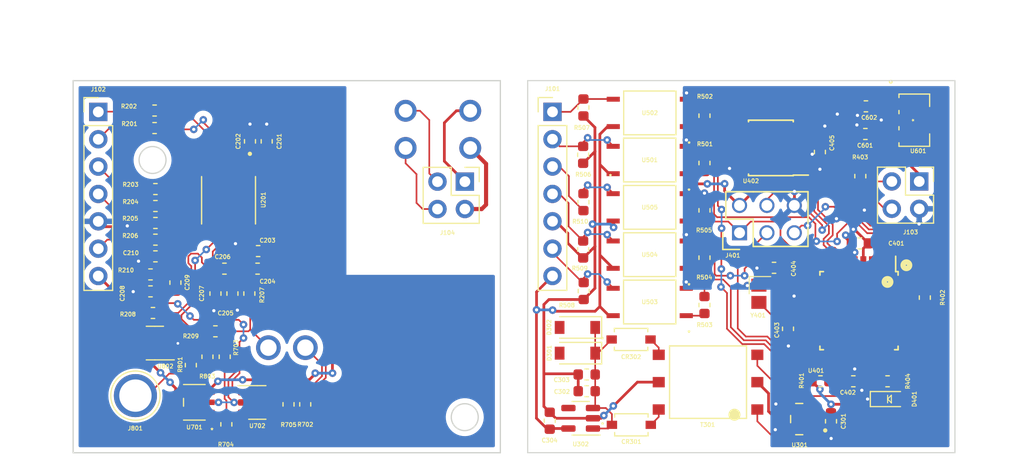
<source format=kicad_pcb>
(kicad_pcb (version 20211014) (generator pcbnew)
  (layers (0 "F.Cu" signal) (31 "B.Cu" signal) (34 "B.Paste" user) (35 "F.Paste" user) (36 "B.SilkS" user "B.Silkscreen") (37 "F.SilkS" user "F.Silkscreen") (38 "B.Mask" user) (39 "F.Mask" user) (44 "Edge.Cuts" user))
  (net 0 "")
  (net 1 "+5V_HV")
  (net 2 "GND1")
  (net 3 "/ADC/VREF")
  (net 4 "Net-(C205-Pad2)")
  (net 5 "Net-(C206-Pad2)")
  (net 6 "Net-(C208-Pad2)")
  (net 7 "Net-(C209-Pad2)")
  (net 8 "GND2")
  (net 9 "+5V_LV")
  (net 10 "Net-(C302-Pad1)")
  (net 11 "Net-(C402-Pad1)")
  (net 12 "Net-(C403-Pad1)")
  (net 13 "Net-(C404-Pad1)")
  (net 14 "+12V")
  (net 15 "Net-(D301-Pad2)")
  (net 16 "Net-(D302-Pad2)")
  (net 17 "/Microcontroller /SCK")
  (net 18 "/Microcontroller /MOSI")
  (net 19 "/Microcontroller /RESET")
  (net 20 "/Voltage Divider/TS+")
  (net 21 "/Microcontroller /CAN_+")
  (net 22 "/Microcontroller /CAN_-")
  (net 23 "Net-(R201-Pad2)")
  (net 24 "Net-(R202-Pad2)")
  (net 25 "Net-(R203-Pad2)")
  (net 26 "Net-(R204-Pad2)")
  (net 27 "Net-(R205-Pad2)")
  (net 28 "Net-(R206-Pad2)")
  (net 29 "TS-")
  (net 30 "/ADC/V+")
  (net 31 "Net-(R209-Pad2)")
  (net 32 "/ADC/I+")
  (net 33 "Net-(R501-Pad2)")
  (net 34 "Net-(R502-Pad2)")
  (net 35 "Net-(R503-Pad2)")
  (net 36 "Net-(R504-Pad2)")
  (net 37 "Net-(R510-Pad2)")
  (net 38 "/Current Shunt /RA")
  (net 39 "Net-(CR301-Pad2)")
  (net 40 "Net-(CR302-Pad2)")
  (net 41 "Net-(C203-Pad2)")
  (net 42 "Net-(R801-Pad2)")
  (net 43 "Net-(T301-Pad1)")
  (net 44 "Net-(T301-Pad3)")
  (net 46 "/Microcontroller /CAN_TX")
  (net 47 "/Microcontroller /CAN_RX")
  (net 55 "Net-(D401-Pad2)")
  (net 64 "/Microcontroller /DEBUG_LED")
  (net 65 "Net-(R702-Pad2)")
  (net 66 "Net-(R703-Pad2)")
  (net 68 "/CLK")
  (net 69 "/SCLK")
  (net 70 "/MISO")
  (net 71 "/MUX")
  (net 72 "/BUFEN")
  (net 73 "/BUFEN_HV")
  (net 74 "/MUX_HV")
  (net 75 "/MISO_HV")
  (net 76 "/SCLK_HV")
  (net 77 "/CLK_HV")
  (net 78 "/Microcontroller /MISO")
  (net 79 "/Microcontroller /SCLK ")
  (net 80 "/Microcontroller /CLK")
  (net 81 "/Microcontroller /BUFEN")
  (net 82 "/Microcontroller /MUX")
  (net 83 "/CAN_+")
  (net 84 "/CAN_-")
  (footprint "footprints:R_0603_1608Metric" (layer "F.Cu") (at 138.97615 80.11655 -90)
    (fp_text reference "R501")
    (fp_text value "R_100")
  )
  (footprint "OEM:SOT95P280X145-5N" (layer "F.Cu") (at 147.76455 103.89095 180)
    (fp_text reference "U301")
    (fp_text value "SN6501DBVT")
  )
  (footprint "footprints:R_0603_1608Metric" (layer "F.Cu") (at 155.956 100.3808)
    (fp_text reference "R404")
    (fp_text value "R_1K")
  )
  (footprint "OEM:SOT-23-5" (layer "F.Cu") (at 97.50315 102.34555)
    (fp_text reference "U702")
    (fp_text value "MCP6001" hide)
  )
  (footprint "footprints:R_0603_1608Metric" (layer "F.Cu") (at 138.97615 93.29915 -90)
    (fp_text reference "R503")
    (fp_text value "R_100")
  )
  (footprint "footprints:C_0603_1608Metric" (layer "F.Cu") (at 89.90855 91.22035 90)
    (fp_text reference "C209")
    (fp_text value "C_0.1uF")
  )
  (footprint "footprints:R_0603_1608Metric" (layer "F.Cu") (at 87.82575 94.03975 180)
    (fp_text reference "R208")
    (fp_text value "R_301")
  )
  (footprint "footprints:C_0603_1608Metric" (layer "F.Cu") (at 94.45515 89.92495 180)
    (fp_text reference "C206")
    (fp_text value "C_0.1uF")
  )
  (footprint "footprints:C_0603_1608Metric" (layer "F.Cu") (at 96.8248 78.105 90)
    (fp_text reference "C202")
    (fp_text value "C_0.1uF")
  )
  (footprint "footprints:R_0603_1608Metric" (layer "F.Cu") (at 93.61695 95.74155 180)
    (fp_text reference "R209")
    (fp_text value "R_301")
  )
  (footprint "footprints:C_0603_1608Metric" (layer "F.Cu") (at 149.6822 79.0956 -90)
    (fp_text reference "C405")
    (fp_text value "C_0.1uF")
  )
  (footprint "footprints:R_0603_1608Metric" (layer "F.Cu") (at 96.76655 92.23635 90)
    (fp_text reference "R207")
    (fp_text value "R_301")
  )
  (footprint "footprints:R_0603_1608Metric" (layer "F.Cu") (at 159.41215 92.61175 90)
    (fp_text reference "R402")
    (fp_text value "R_10K")
  )
  (footprint "footprints:R_0603_1608Metric" (layer "F.Cu") (at 127.72395 88.14295 -90)
    (fp_text reference "R509")
    (fp_text value "R_100")
  )
  (footprint "Connector_PinHeader_2.54mm:PinHeader_2x02_P2.54mm_Vertical" (layer "F.Cu") (at 116.75535 81.84775 -90)
    (fp_text reference "J104")
    (fp_text value "Conn_02x02_Counter_Clockwise")
  )
  (footprint "footprints:MBR0520L" (layer "F.Cu") (at 132.16895 96.49955)
    (fp_text reference "CR302")
    (fp_text value "MBR0520L" hide)
  )
  (footprint "footprints:ADS1222IPWR" (layer "F.Cu") (at 94.83615 83.57515 -90)
    (fp_text reference "U201")
    (fp_text value "ADS1222IPWR")
  )
  (footprint "footprints:R_0603_1608Metric" (layer "F.Cu") (at 153.42875 81.33575 -90)
    (fp_text reference "R403")
    (fp_text value "R_120_DNP")
  )
  (footprint "Connector_PinHeader_2.54mm:PinHeader_2x02_P2.54mm_Vertical" (layer "F.Cu") (at 158.89175 81.82855 -90)
    (fp_text reference "J103")
    (fp_text value "Conn_02x02_Counter_Clockwise")
  )
  (footprint "footprints:LED_0805_OEM" (layer "F.Cu") (at 156.1592 102.0318)
    (fp_text reference "D401")
    (fp_text value "LED_0805" hide)
  )
  (footprint "footprints:R_0603_1608Metric" (layer "F.Cu") (at 94.63295 104.37755 -90)
    (fp_text reference "R704")
    (fp_text value "R_1M")
  )
  (footprint "footprints:C_0603_1608Metric" (layer "F.Cu") (at 150.71095 104.09415 90)
    (fp_text reference "C301")
    (fp_text value "C_1uF")
  )
  (footprint "footprints:140357145300" (layer "F.Cu") (at 133.89615 84.23135)
    (fp_text reference "U505")
    (fp_text value "140357145300 " hide)
  )
  (footprint "footprints:R_0603_1608Metric" (layer "F.Cu") (at 127.77475 92.00375 -90)
    (fp_text reference "R508")
    (fp_text value "R_100")
  )
  (footprint "footprints:R_0603_1608Metric" (layer "F.Cu") (at 87.59715 90.45835 180)
    (fp_text reference "R210")
    (fp_text value "R_301")
  )
  (footprint "footprints:R_0603_1608Metric" (layer "F.Cu") (at 127.74935 74.96035 -90)
    (fp_text reference "R507")
    (fp_text value "R_100")
  )
  (footprint "footprints:Crystal_SMD_FA238" (layer "F.Cu") (at 145.12295 92.25775)
    (fp_text reference "Y401")
    (fp_text value "Crystal_SMD" hide)
  )
  (footprint "footprints:Pin_Header_Straight_2x03" (layer "F.Cu") (at 142.22695 86.593675 90)
    (fp_text reference "J401")
    (fp_text value "CONN_02X03" hide)
  )
  (footprint "footprints:140357145300" (layer "F.Cu") (at 133.89615 88.62555 180)
    (fp_text reference "U504")
    (fp_text value "140357145300 " hide)
  )
  (footprint "footprints:C_0603_1608Metric" (layer "F.Cu") (at 97.52855 89.92495 180)
    (fp_text reference "C204")
    (fp_text value "C_10uF")
  )
  (footprint "footprints:C_0603_1608Metric" (layer "F.Cu") (at 153.9494 74.8538 180)
    (fp_text reference "C602")
    (fp_text value "C_1uF")
  )
  (footprint "footprints:C_0603_1608Metric" (layer "F.Cu") (at 88.05435 88.78195 180)
    (fp_text reference "C210")
    (fp_text value "C_220pF")
  )
  (footprint "footprints:C_0603_1608Metric" (layer "F.Cu") (at 87.59715 92.03315)
    (fp_text reference "C208")
    (fp_text value "C_220pF")
  )
  (footprint "OEM:SOT-23-5" (layer "F.Cu") (at 88.00355 96.83375 180)
    (fp_text reference "U802")
    (fp_text value "MCP6001" hide)
  )
  (footprint "footprints:R_0603_1608Metric" (layer "F.Cu") (at 138.97615 75.72235 -90)
    (fp_text reference "R502")
    (fp_text value "R_100")
  )
  (footprint "footprints:R_0603_1608Metric" (layer "F.Cu") (at 88.05435 85.68315)
    (fp_text reference "R205")
    (fp_text value "R_100")
  )
  (footprint "footprints:MBR0520L" (layer "F.Cu") (at 132.19435 104.42435)
    (fp_text reference "CR301")
    (fp_text value "MBR0520L" hide)
  )
  (footprint "footprints:C_0603_1608Metric" (layer "F.Cu") (at 95.19735 92.23645 90)
    (fp_text reference "C205")
    (fp_text value "C_220pF")
  )
  (footprint "footprints:C_0603_1608Metric" (layer "F.Cu") (at 97.57925 88.29355 180)
    (fp_text reference "C203")
    (fp_text value "C_0.1uF")
  )
  (footprint "footprints:R_0603_1608Metric" (layer "F.Cu") (at 101.94815 102.52325 -90)
    (fp_text reference "R702")
    (fp_text value "R_5.1K")
  )
  (footprint "footprints:C_0603_1608Metric" (layer "F.Cu") (at 152.781 100.3808)
    (fp_text reference "C402")
    (fp_text value "C_100pF")
  )
  (footprint "footprints:R_0603_1608Metric" (layer "F.Cu") (at 88.05435 84.10835)
    (fp_text reference "R204")
    (fp_text value "R_100")
  )
  (footprint "footprints:C_0603_1608Metric" (layer "F.Cu") (at 153.3906 87.5792 180)
    (fp_text reference "C401")
    (fp_text value "C_0.1uF")
  )
  (footprint "footprints:R_0603_1608Metric" (layer "F.Cu") (at 91.3384 98.8822 90)
    (fp_text reference "R801")
    (fp_text value "R_1M")
  )
  (footprint "TestPoint:TestPoint_Plated_Hole_D3.0mm" (layer "F.Cu") (at 86.20015 101.71055)
    (fp_text reference "J801")
    (fp_text value "Conn_01x01")
  )
  (footprint "footprints:R_0603_1608Metric" (layer "F.Cu") (at 94.48055 98.10375 -90)
    (fp_text reference "R703")
    (fp_text value "R_5.1K")
  )
  (footprint "Connector_PinHeader_2.54mm:PinHeader_1x07_P2.54mm_Vertical" (layer "F.Cu") (at 82.75535 75.37075)
    (fp_text reference "J102")
    (fp_text value "Conn_01x07")
  )
  (footprint "footprints:R_0603_1608Metric" (layer "F.Cu") (at 88.05435 82.53355)
    (fp_text reference "R203")
    (fp_text value "R_100")
  )
  (footprint "footprints:R_0603_1608Metric" (layer "F.Cu") (at 138.97615 84.51075 90)
    (fp_text reference "R505")
    (fp_text value "R_100")
  )
  (footprint "footprints:140357145300" (layer "F.Cu") (at 133.89615 93.01975 180)
    (fp_text reference "U503")
    (fp_text value "140357145300 " hide)
  )
  (footprint "footprints:C_0603_1608Metric" (layer "F.Cu") (at 153.8986 77.4192 180)
    (fp_text reference "C601")
    (fp_text value "C_1uF")
  )
  (footprint "footprints:R_0603_1608Metric" (layer "F.Cu") (at 88.05435 87.23255)
    (fp_text reference "R206")
    (fp_text value "R_100")
  )
  (footprint "footprints:TQFP-32_7x7mm_Pitch0.8mm" (layer "F.Cu") (at 153.30795 93.82435 -90)
    (fp_text reference "U401")
    (fp_text value "ATMEGA16M1" hide)
  )
  (footprint "footprints:R_0603_1608Metric" (layer "F.Cu") (at 127.74935 83.74865 90)
    (fp_text reference "R510")
    (fp_text value "R_100")
  )
  (footprint "footprints:C_0603_1608Metric" (layer "F.Cu") (at 98.3742 78.105 90)
    (fp_text reference "C201")
    (fp_text value "C_10uF")
  )
  (footprint "Diode_SMD:D_SOD-123" (layer "F.Cu") (at 127.19055 95.38195 180)
    (fp_text reference "D302")
    (fp_text value "MBR0520")
  )
  (footprint "footprints:140357145300" (layer "F.Cu") (at 133.9088 75.4634 180)
    (fp_text reference "U502")
    (fp_text value "140357145300 " hide)
  )
  (footprint "footprints:C_0603_1608Metric" (layer "F.Cu") (at 128.05415 101.30015 180)
    (fp_text reference "C302")
    (fp_text value "C_4.7uF")
  )
  (footprint "footprints:C_0603_1608Metric" (layer "F.Cu") (at 124.62515 104.04335 90)
    (fp_text reference "C304")
    (fp_text value "C_4.7uF")
  )
  (footprint "footprints:R_0603_1608Metric" (layer "F.Cu") (at 100.39875 102.52335 -90)
    (fp_text reference "R705")
    (fp_text value "R_1M")
  )
  (footprint "footprints:Vishay_WSB" (layer "F.Cu") (at 100.2336 89.7422)
    (fp_text reference "R101" hide)
    (fp_text value "WSBM8518L1000JT" hide)
    (fp_line (start -19.812 -17.272) (end 19.812 -17.272) (layer "Edge.Cuts") (width 0.12))
    (fp_line (start 19.812 17.272) (end -19.812 17.272) (layer "Edge.Cuts") (width 0.12))
    (fp_line (start 19.812 -17.272) (end 19.812 17.272) (layer "Edge.Cuts") (width 0.12))
    (fp_line (start -19.812 17.272) (end -19.812 -17.272) (layer "Edge.Cuts") (width 0.12))
    (fp_circle (center -12.446 -9.906) (end -11.196 -9.906) (layer "Edge.Cuts") (width 0.12) (fill none))
    (fp_circle (center 16.51 13.97) (end 17.76 13.97) (layer "Edge.Cuts") (width 0.12) (fill none))
  )
  (footprint "footprints:R_0603_1608Metric" (layer "F.Cu") (at 87.97815 76.86935)
    (fp_text reference "R201")
    (fp_text value "R_100")
  )
  (footprint "footprints:R_0603_1608Metric" (layer "F.Cu") (at 92.88035 98.10375 90)
    (fp_text reference "R803")
    (fp_text value "R_11.5k")
  )
  (footprint "footprints:SOIC-8_3.9x4.9mm_Pitch1.27mm_OEM" (layer "F.Cu") (at 145.1356 78.7146 180)
    (fp_text reference "U402")
    (fp_text value "MCP2561-E_SN" hide)
  )
  (footprint "footprints:140357145300" (layer "F.Cu") (at 133.89615 79.83715 180)
    (fp_text reference "U501")
    (fp_text value "140357145300 " hide)
  )
  (footprint "Package_TO_SOT_SMD:SOT-23-5" (layer "F.Cu") (at 127.49535 103.81475 180)
    (fp_text reference "U302")
    (fp_text value "TPS76350")
  )
  (footprint "footprints:C_0603_1608Metric" (layer "F.Cu") (at 146.72315 95.50895 -90)
    (fp_text reference "C403")
    (fp_text value "C_30pF")
  )
  (footprint "Diode_SMD:D_SOD-123" (layer "F.Cu") (at 127.19055 97.76955 180)
    (fp_text reference "D301")
    (fp_text value "MBR0520")
  )
  (footprint "footprints:C_0603_1608Metric" (layer "F.Cu") (at 93.62255 92.23645 -90)
    (fp_text reference "C207")
    (fp_text value "C_220pF")
  )
  (footprint "footprints:C_0603_1608Metric" (layer "F.Cu") (at 145.42775 89.84475 180)
    (fp_text reference "C404")
    (fp_text value "C_30pF")
  )
  (footprint "footprints:REF2025QDDCRQ1" (layer "F.Cu") (at 91.664325 102.33285 180)
    (fp_text reference "U701")
    (fp_text value "REF2025QDDCRQ1" hide)
  )
  (footprint "footprints:AP7370-33Y-13" (layer "F.Cu") (at 158.4366 76.139 -90)
    (fp_text reference "U601")
    (fp_text value "AP7370-33Y-13" hide)
  )
  (footprint "footprints:760390014" (layer "F.Cu") (at 139.30635 100.46195 180)
    (fp_text reference "T301")
    (fp_text value "760390014")
  )
  (footprint "footprints:R_0603_1608Metric" (layer "F.Cu") (at 138.97615 88.90495 -90)
    (fp_text reference "R504")
    (fp_text value "R_100")
  )
  (footprint "footprints:C_0603_1608Metric" (layer "F.Cu") (at 128.05415 99.75075 180)
    (fp_text reference "C303")
    (fp_text value "C_1uF")
  )
  (footprint "Connector_PinHeader_2.54mm:PinHeader_1x07_P2.54mm_Vertical" (layer "F.Cu") (at 124.8804 75.3662)
    (fp_text reference "J101")
    (fp_text value "Conn_01x07")
  )
  (footprint "footprints:R_0603_1608Metric" (layer "F.Cu") (at 149.733 100.3808)
    (fp_text reference "R401")
    (fp_text value "R_100")
  )
  (footprint "footprints:R_0603_1608Metric" (layer "F.Cu") (at 87.97805 75.24375)
    (fp_text reference "R202")
    (fp_text value "R_100")
  )
  (footprint "footprints:R_0603_1608Metric" (layer "F.Cu") (at 127.72395 79.35445 -90)
    (fp_text reference "R506")
    (fp_text value "R_100")
  )
  (gr_line locked (start 162.2044 107.0102) (end 162.2044 72.4662) (layer "Edge.Cuts") (width 0.1))
  (gr_line locked (start 162.2044 72.4662) (end 122.5804 72.4662) (layer "Edge.Cuts") (width 0.1))
  (gr_line locked (start 122.5804 72.4662) (end 122.5804 107.0102) (layer "Edge.Cuts") (width 0.1))
  (gr_line (start 162.2044 107.0102) (end 122.5804 107.0102) (layer "Edge.Cuts") (width 0.1))
  (segment (start 129.27335 88.66365) (end 129.27335 80.25625) (width 0.254) (layer "F.Cu") (net 1))
  (segment (start 96.8248 78.8925) (end 98.3742 78.8925) (width 0.254) (layer "F.Cu") (net 1))
  (segment (start 98.64615 100.23735) (end 98.64065 100.24285) (width 0.254) (layer "F.Cu") (net 1))
  (segment (start 90.286375 101.382849) (end 93.042275 101.382849) (width 0.254) (layer "F.Cu") (net 1))
  (segment (start 130.5179 76.7334) (end 129.9911 76.7334) (width 0.254) (layer "F.Cu") (net 1))
  (segment (start 102.87505 99.627068) (end 102.87505 99.68995) (width 0.254) (layer "F.Cu") (net 1))
  (segment (start 129.27335 93.43885) (end 129.27335 88.66365) (width 0.254) (layer "F.Cu") (net 1))
  (segment (start 130.50525 89.89555) (end 129.27335 88.66365) (width 0.254) (layer "F.Cu") (net 1))
  (segment (start 128.8338 93.8784) (end 129.27335 93.43885) (width 0.25) (layer "F.Cu") (net 1))
  (segment (start 88.526313 99.591713) (end 86.86605 97.93145) (width 0.254) (layer "F.Cu") (net 1))
  (segment (start 123.4025 93.7514) (end 123.3932 93.7607) (width 0.25) (layer "F.Cu") (net 1))
  (segment (start 129.9911 76.7334) (end 129.27335 77.45115) (width 0.254) (layer "F.Cu") (net 1))
  (segment (start 124.8918 93.7768) (end 124.9934 93.8784) (width 0.25) (layer "F.Cu") (net 1))
  (segment (start 102.87505 99.68995) (end 102.32765 100.23735) (width 0.254) (layer "F.Cu") (net 1))
  (segment (start 96.78615 78.93115) (end 96.8248 78.8925) (width 0.254) (layer "F.Cu") (net 1))
  (segment (start 130.12425 81.10715) (end 130.50525 81.10715) (width 0.254) (layer "F.Cu") (net 1))
  (segment (start 98.3742 78.8925) (end 98.6282 79.1465) (width 0.254) (layer "F.Cu") (net 1))
  (segment (start 130.50525 94.28975) (end 130.12425 94.28975) (width 0.254) (layer "F.Cu") (net 1))
  (segment (start 98.64065 101.39555) (end 98.64065 100.24285) (width 0.254) (layer "F.Cu") (net 1))
  (segment (start 123.3932 93.7607) (end 123.3932 103.8098) (width 0.25) (layer "F.Cu") (net 1))
  (segment (start 123.3932 103.8098) (end 124.41425 104.83085) (width 0.25) (layer "F.Cu") (net 1))
  (segment (start 124.9934 93.8784) (end 128.8338 93.8784) (width 0.25) (layer "F.Cu") (net 1))
  (segment (start 104.4702 95.368) (end 104.4702 99.6191) (width 0.254) (layer "F.Cu") (net 1))
  (segment (start 129.27335 77.45115) (end 129.27335 80.25625) (width 0.254) (layer "F.Cu") (net 1))
  (segment (start 93.84685 100.3808) (end 93.042275 101.185375) (width 0.254) (layer "F.Cu") (net 1))
  (segment (start 98.6282 79.1465) (end 98.6282 86.3092) (width 0.254) (layer "F.Cu") (net 1))
  (segment (start 96.141126 100.239417) (end 96.144559 100.24285) (width 0.254) (layer "F.Cu") (net 1))
  (segment (start 96.144559 100.24285) (end 98.64065 100.24285) (width 0.254) (layer "F.Cu") (net 1))
  (segment (start 89.411187 100.507661) (end 90.286375 101.382849) (width 0.254) (layer "F.Cu") (net 1))
  (segment (start 123.4025 93.7514) (end 123.4025 92.0841) (width 0.25) (layer "F.Cu") (net 1))
  (segment (start 86.86605 97.93145) (end 86.86605 97.78375) (width 0.254) (layer "F.Cu") (net 1))
  (segment (start 89.411187 100.476587) (end 89.411187 100.507661) (width 0.254) (layer "F.Cu") (net 1))
  (segment (start 99.40815 87.08915) (end 99.40815 90.30595) (width 0.254) (layer "F.Cu") (net 1))
  (segment (start 104.4702 99.6191) (end 104.47885 99.62775) (width 0.254) (layer "F.Cu") (net 1))
  (segment (start 124.41425 104.83085) (end 124.62515 104.83085) (width 0.25) (layer "F.Cu") (net 1))
  (segment (start 130.12425 94.28975) (end 129.27335 93.43885) (width 0.254) (layer "F.Cu") (net 1))
  (segment (start 86.31195 97.78375) (end 86.86605 97.78375) (width 0.254) (layer "F.Cu") (net 1))
  (segment (start 123.4025 92.0841) (end 124.8804 90.6062) (width 0.25) (layer "F.Cu") (net 1))
  (segment (start 93.042275 101.185375) (end 93.042275 101.382849) (width 0.254) (layer "F.Cu") (net 1))
  (segment (start 126.35785 104.76475) (end 124.69125 104.76475) (width 0.254) (layer "F.Cu") (net 1))
  (segment (start 82.75535 90.61075) (end 84.49835 92.35375) (width 0.254) (layer "F.Cu") (net 1))
  (segment (start 98.6282 86.3092) (end 99.40815 87.08915) (width 0.254) (layer "F.Cu") (net 1))
  (segment (start 84.49835 95.97015) (end 86.31195 97.78375) (width 0.254) (layer "F.Cu") (net 1))
  (segment (start 84.49835 92.35375) (end 84.49835 95.97015) (width 0.254) (layer "F.Cu") (net 1))
  (segment (start 124.69125 104.76475) (end 124.62515 104.83085) (width 0.254) (layer "F.Cu") (net 1))
  (segment (start 102.32765 100.23735) (end 98.64615 100.23735) (width 0.254) (layer "F.Cu") (net 1))
  (segment (start 96.78615 80.70515) (end 96.78615 78.93115) (width 0.254) (layer "F.Cu") (net 1))
  (segment (start 129.27335 80.25625) (end 130.12425 81.10715) (width 0.254) (layer "F.Cu") (net 1))
  (segment (start 99.40815 90.30595) (end 104.4702 95.368) (width 0.254) (layer "F.Cu") (net 1))
  (via (at 88.526313 99.591713) (size 0.7) (drill 0.3) (layers "F.Cu" "B.Cu") (net 1))
  (via (at 96.141126 100.239417) (size 0.7) (drill 0.3) (layers "F.Cu" "B.Cu") (net 1))
  (via (at 104.47885 99.62775) (size 0.7) (drill 0.3) (layers "F.Cu" "B.Cu") (net 1))
  (via (at 124.8918 93.7768) (size 0.7) (drill 0.3) (layers "F.Cu" "B.Cu") (net 1))
  (via (at 123.4025 93.7514) (size 0.7) (drill 0.3) (layers "F.Cu" "B.Cu") (net 1))
  (via (at 102.87505 99.627068) (size 0.7) (drill 0.3) (layers "F.Cu" "B.Cu") (net 1))
  (via (at 89.411187 100.476587) (size 0.7) (drill 0.3) (layers "F.Cu" "B.Cu") (net 1))
  (via (at 93.84685 100.3808) (size 0.7) (drill 0.3) (layers "F.Cu" "B.Cu") (net 1))
  (segment (start 124.8664 93.7514) (end 124.8918 93.7768) (width 0.25) (layer "B.Cu") (net 1))
  (segment (start 123.4025 93.7514) (end 124.8664 93.7514) (width 0.25) (layer "B.Cu") (net 1))
  (segment (start 93.988233 100.239417) (end 96.141126 100.239417) (width 0.254) (layer "B.Cu") (net 1))
  (segment (start 102.87505 99.627068) (end 102.875732 99.62775) (width 0.254) (layer "B.Cu") (net 1))
  (segment (start 93.84685 100.3808) (end 93.988233 100.239417) (width 0.254) (layer "B.Cu") (net 1))
  (segment (start 88.526313 99.591713) (end 89.411187 100.476587) (width 0.254) (layer "B.Cu") (net 1))
  (segment (start 102.875732 99.62775) (end 104.47885 99.62775) (width 0.254) (layer "B.Cu") (net 1))
  (segment (start 95.6564 93.483) (end 95.19735 93.02395) (width 0.25) (layer "F.Cu") (net 2))
  (segment (start 85.4456 85.9536) (end 85.3694 86.0298) (width 0.254) (layer "F.Cu") (net 2))
  (segment (start 95.4786 87.6046) (end 95.4786 86.4527) (width 0.25) (layer "F.Cu") (net 2))
  (segment (start 130.545435 102.669665) (end 132.75315 100.46195) (width 0.25) (layer "F.Cu") (net 2))
  (segment (start 127.77475 92.79125) (end 124.54885 92.79125) (width 0.254) (layer "F.Cu") (net 2))
  (segment (start 124.54885 92.79125) (end 124.079 93.2611) (width 0.254) (layer "F.Cu") (net 2))
  (segment (start 130.546198 85.542298) (end 130.50525 85.50135) (width 0.254) (layer "F.Cu") (net 2))
  (segment (start 124.62515 103.25585) (end 124.079 102.7097) (width 0.25) (layer "F.Cu") (net 2))
  (segment (start 126.30155 86.64435) (end 125.1834 85.5262) (width 0.254) (layer "F.Cu") (net 2))
  (segment (start 98.3742 76.5048) (end 98.3742 77.3175) (width 0.254) (layer "F.Cu") (net 2))
  (segment (start 85.3694 86.0298) (end 83.2544 86.0298) (width 0.254) (layer "F.Cu") (net 2))
  (segment (start 85.5218 86.0298) (end 86.9202 86.0298) (width 0.254) (layer "F.Cu") (net 2))
  (segment (start 127.2031 99.6872) (end 124.079 99.6872) (width 0.254) (layer "F.Cu") (net 2))
  (segment (start 90.13715 96.85915) (end 89.16645 96.85915) (width 0.254) (layer "F.Cu") (net 2))
  (segment (start 130.521912 102.669665) (end 130.545435 102.669665) (width 0.25) (layer "F.Cu") (net 2))
  (segment (start 89.16645 96.85915) (end 89.14105 96.83375) (width 0.254) (layer "F.Cu") (net 2))
  (segment (start 93.62255 93.67705) (end 93.62255 93.02395) (width 0.25) (layer "F.Cu") (net 2))
  (segment (start 129.643616 103.561824) (end 129.39069 103.81475) (width 0.25) (layer "F.Cu") (net 2))
  (segment (start 96.8248 76.5048) (end 96.8248 77.3175) (width 0.254) (layer "F.Cu") (net 2))
  (segment (start 124.079 102.7097) (end 124.079 99.6872) (width 0.25) (layer "F.Cu") (net 2))
  (segment (start 126.30155 87.55875) (end 126.30155 86.64435) (width 0.254) (layer "F.Cu") (net 2))
  (segment (start 86.93525 88.78195) (end 87.26685 88.78195) (width 0.25) (layer "F.Cu") (net 2))
  (segment (start 127.74925 88.93045) (end 128.81615 87.86355) (width 0.254) (layer "F.Cu") (net 2))
  (segment (start 130.546198 86.094094) (end 130.546198 85.542298) (width 0.254) (layer "F.Cu") (net 2))
  (segment (start 125.1834 85.5262) (end 124.8804 85.5262) (width 0.254) (layer "F.Cu") (net 2))
  (segment (start 128.63285 103.81475) (end 125.18405 103.81475) (width 0.25) (layer "F.Cu") (net 2))
  (segment (start 93.472 93.8276) (end 93.62255 93.67705) (width 0.25) (layer "F.Cu") (net 2))
  (segment (start 127.26665 99.75075) (end 127.2031 99.6872) (width 0.254) (layer "F.Cu") (net 2))
  (segment (start 127.72395 88.93045) (end 127.74925 88.93045) (width 0.254) (layer "F.Cu") (net 2))
  (segment (start 132.75315 100.46195) (end 134.73435 100.46195) (width 0.25) (layer "F.Cu") (net 2))
  (segment (start 85.9951 92.05855) (end 86.78425 92.05855) (width 0.254) (layer "F.Cu") (net 2))
  (segment (start 86.9202 86.0298) (end 87.26685 85.68315) (width 0.254) (layer "F.Cu") (net 2))
  (segment (start 128.81615 76.81465) (end 127.74935 75.74785) (width 0.254) (layer "F.Cu") (net 2))
  (segment (start 124.079 93.2611) (end 124.079 99.6872) (width 0.254) (layer "F.Cu") (net 2))
  (segment (start 128.798558 85.788558) (end 128.81615 85.80615) (width 0.254) (layer "F.Cu") (net 2))
  (segment (start 128.59685 85.788558) (end 128.798558 85.788558) (width 0.254) (layer "F.Cu") (net 2))
  (segment (start 127.67325 88.93045) (end 126.30155 87.55875) (width 0.254) (layer "F.Cu") (net 2))
  (segment (start 128.81615 79.04975) (end 127.72395 80.14195) (width 0.254) (layer "F.Cu") (net 2))
  (segment (start 127.26665 99.75075) (end 127.26665 101.30015) (width 0.254) (layer "F.Cu") (net 2))
  (segment (start 83.2544 86.0298) (end 82.75535 85.53075) (width 0.254) (layer "F.Cu") (net 2))
  (segment (start 128.81615 87.86355) (end 128.81615 85.80615) (width 0.254) (layer "F.Cu") (net 2))
  (segment (start 85.4456 85.9536) (end 85.5218 86.0298) (width 0.254) (layer "F.Cu") (net 2))
  (segment (start 125.18405 103.81475) (end 124.62515 103.25585) (width 0.25) (layer "F.Cu") (net 2))
  (segment (start 86.78425 92.05855) (end 86.80965 92.03315) (width 0.254) (layer "F.Cu") (net 2))
  (segment (start 127.72395 88.93045) (end 127.67325 88.93045) (width 0.254) (layer "F.Cu") (net 2))
  (segment (start 128.81615 79.04975) (end 128.81615 76.81465) (width 0.254) (layer "F.Cu") (net 2))
  (segment (start 128.81615 91.74985) (end 128.81615 87.86355) (width 0.254) (layer "F.Cu") (net 2))
  (segment (start 95.4786 86.4527) (end 95.48615 86.44515) (width 0.25) (layer "F.Cu") (net 2))
  (segment (start 129.39069 103.81475) (end 128.63285 103.81475) (width 0.25) (layer "F.Cu") (net 2))
  (segment (start 127.77475 92.79125) (end 128.81615 91.74985) (width 0.254) (layer "F.Cu") (net 2))
  (segment (start 86.487 89.2302) (end 86.93525 88.78195) (width 0.25) (layer "F.Cu") (net 2))
  (segment (start 95.6564 93.7768) (end 95.6564 93.483) (width 0.25) (layer "F.Cu") (net 2))
  (segment (start 128.81615 85.80615) (end 128.81615 79.04975) (width 0.254) (layer "F.Cu") (net 2))
  (via (at 98.3742 76.5048) (size 0.7) (drill 0.3) (layers "F.Cu" "B.Cu") (net 2))
  (via (at 128.59685 85.788558) (size 0.7) (drill 0.3) (layers "F.Cu" "B.Cu") (net 2))
  (via (at 85.9951 92.05855) (size 0.7) (drill 0.3) (layers "F.Cu" "B.Cu") (net 2))
  (via (at 96.8248 76.5048) (size 0.7) (drill 0.3) (layers "F.Cu" "B.Cu") (net 2))
  (via (at 130.546198 86.094094) (size 0.7) (drill 0.3) (layers "F.Cu" "B.Cu") (net 2))
  (via (at 95.6564 93.7768) (size 0.7) (drill 0.3) (layers "F.Cu" "B.Cu") (net 2))
  (via (at 93.472 93.8276) (size 0.7) (drill 0.3) (layers "F.Cu" "B.Cu") (net 2))
  (via (at 90.13715 96.85915) (size 0.6) (drill 0.25) (layers "F.Cu" "B.Cu") (net 2))
  (via (at 130.521912 102.669665) (size 0.7) (drill 0.3) (layers "F.Cu" "B.Cu") (net 2))
  (via (at 95.4786 87.6046) (size 0.7) (drill 0.3) (layers "F.Cu" "B.Cu") (net 2))
  (via (at 86.487 89.2302) (size 0.7) (drill 0.3) (layers "F.Cu" "B.Cu") (net 2))
  (via (at 129.643616 103.561824) (size 0.7) (drill 0.3) (layers "F.Cu" "B.Cu") (net 2))
  (via (at 85.4456 85.9536) (size 0.7) (drill 0.3) (layers "F.Cu" "B.Cu") (net 2))
  (segment (start 130.521912 102.669665) (end 130.521912 102.683528) (width 0.25) (layer "B.Cu") (net 2))
  (segment (start 130.546198 86.094094) (end 130.240662 85.788558) (width 0.254) (layer "B.Cu") (net 2))
  (segment (start 130.240662 85.788558) (end 128.59685 85.788558) (width 0.254) (layer "B.Cu") (net 2))
  (segment (start 130.521912 102.683528) (end 129.643616 103.561824) (width 0.25) (layer "B.Cu") (net 2))
  (segment (start 90.96635 105.16495) (end 92.82955 105.16495) (width 0.1524) (layer "F.Cu") (net 3))
  (segment (start 103.04035 100.862718) (end 103.04035 104.73165) (width 0.1524) (layer "F.Cu") (net 3))
  (segment (start 103.85315 100.049918) (end 103.04035 100.862718) (width 0.1524) (layer "F.Cu") (net 3))
  (segment (start 92.82955 105.16495) (end 92.82965 105.16505) (width 0.1524) (layer "F.Cu") (net 3))
  (segment (start 90.286375 104.484975) (end 90.96635 105.16495) (width 0.1524) (layer "F.Cu") (net 3))
  (segment (start 102.5906 105.1814) (end 94.6493 105.1814) (width 0.1524) (layer "F.Cu") (net 3))
  (segment (start 98.36675 88.29355) (end 98.36675 89.84885) (width 0.1524) (layer "F.Cu") (net 3))
  (segment (start 90.286375 103.282851) (end 90.286375 104.484975) (width 0.1524) (layer "F.Cu") (net 3))
  (segment (start 98.36675 89.84885) (end 98.29065 89.92495) (width 0.1524) (layer "F.Cu") (net 3))
  (segment (start 98.36675 89.92495) (end 103.85315 95.41135) (width 0.1524) (layer "F.Cu") (net 3))
  (segment (start 103.85315 95.41135) (end 103.85315 100.049918) (width 0.1524) (layer "F.Cu") (net 3))
  (segment (start 94.6493 105.1814) (end 94.63295 105.16505) (width 0.1524) (layer "F.Cu") (net 3))
  (segment (start 98.29065 89.92495) (end 98.36675 89.92495) (width 0.1524) (layer "F.Cu") (net 3))
  (segment (start 96.78615 86.71295) (end 98.36675 88.29355) (width 0.1524) (layer "F.Cu") (net 3))
  (segment (start 92.82965 105.16505) (end 94.63295 105.16505) (width 0.1524) (layer "F.Cu") (net 3))
  (segment (start 96.78615 86.44515) (end 96.78615 86.71295) (width 0.1524) (layer "F.Cu") (net 3))
  (segment (start 103.04035 104.73165) (end 102.5906 105.1814) (width 0.1524) (layer "F.Cu") (net 3))
  (segment (start 95.24265 89.92495) (end 95.24265 88.41005) (width 0.1524) (layer "F.Cu") (net 4))
  (segment (start 95.24265 89.92495) (end 95.24265 91.40365) (width 0.1524) (layer "F.Cu") (net 4))
  (segment (start 95.24265 91.40365) (end 95.19735 91.44895) (width 0.1524) (layer "F.Cu") (net 4))
  (segment (start 95.19745 91.44885) (end 96.76655 91.44885) (width 0.1524) (layer "F.Cu") (net 4))
  (segment (start 95.24265 88.41005) (end 94.83615 88.00355) (width 0.1524) (layer "F.Cu") (net 4))
  (segment (start 95.19735 91.44895) (end 95.19745 91.44885) (width 0.1524) (layer "F.Cu") (net 4))
  (segment (start 94.83615 88.00355) (end 94.83615 86.44515) (width 0.1524) (layer "F.Cu") (net 4))
  (segment (start 93.3704 88.338868) (end 94.18615 87.523118) (width 0.1524) (layer "F.Cu") (net 5))
  (segment (start 93.3704 89.6277) (end 93.3704 88.338868) (width 0.1524) (layer "F.Cu") (net 5))
  (segment (start 93.66765 89.92495) (end 93.62255 89.97005) (width 0.1524) (layer "F.Cu") (net 5))
  (segment (start 92.94755 89.92495) (end 93.66765 89.92495) (width 0.1524) (layer "F.Cu") (net 5))
  (segment (start 91.108552 88.775748) (end 91.35635 88.52795) (width 0.1524) (layer "F.Cu") (net 5))
  (segment (start 94.18615 87.523118) (end 94.18615 86.44515) (width 0.1524) (layer "F.Cu") (net 5))
  (segment (start 91.108552 89.419733) (end 91.108552 88.775748) (width 0.1524) (layer "F.Cu") (net 5))
  (segment (start 92.360952 88.900971) (end 92.360952 89.338352) (width 0.1524) (layer "F.Cu") (net 5))
  (segment (start 91.987931 88.52795) (end 92.360952 88.900971) (width 0.1524) (layer "F.Cu") (net 5))
  (segment (start 91.35635 88.52795) (end 91.987931 88.52795) (width 0.1524) (layer "F.Cu") (net 5))
  (segment (start 92.360952 89.338352) (end 92.94755 89.92495) (width 0.1524) (layer "F.Cu") (net 5))
  (segment (start 88.61325 94.03975) (end 90.16255 94.03975) (width 0.1524) (layer "F.Cu") (net 5))
  (segment (start 91.382352 92.819948) (end 91.382352 89.693533) (width 0.1524) (layer "F.Cu") (net 5))
  (segment (start 90.16255 94.03975) (end 91.382352 92.819948) (width 0.1524) (layer "F.Cu") (net 5))
  (segment (start 91.382352 89.693533) (end 91.108552 89.419733) (width 0.1524) (layer "F.Cu") (net 5))
  (segment (start 93.62255 89.97005) (end 93.62255 91.44895) (width 0.1524) (layer "F.Cu") (net 5))
  (segment (start 93.66765 89.92495) (end 93.3704 89.6277) (width 0.1524) (layer "F.Cu") (net 5))
  (segment (start 89.90855 92.00785) (end 88.40995 92.00785) (width 0.1524) (layer "F.Cu") (net 6))
  (segment (start 88.40995 92.00785) (end 88.38465 92.03315) (width 0.1524) (layer "F.Cu") (net 6))
  (segment (start 88.84185 88.78195) (end 90.56895 88.78195) (width 0.1524) (layer "F.Cu") (net 7))
  (segment (start 92.88615 86.46475) (end 92.88615 86.44515) (width 0.1524) (layer "F.Cu") (net 7))
  (segment (start 89.90855 89.84865) (end 88.84185 88.78195) (width 0.1524) (layer "F.Cu") (net 7))
  (segment (start 88.41015 90.43285) (end 88.38465 90.45835) (width 0.1524) (layer "F.Cu") (net 7))
  (segment (start 90.56895 88.78195) (end 92.88615 86.46475) (width 0.1524) (layer "F.Cu") (net 7))
  (segment (start 89.90855 90.43285) (end 89.90855 89.84865) (width 0.1524) (layer "F.Cu") (net 7))
  (segment (start 89.90855 90.43285) (end 88.41015 90.43285) (width 0.1524) (layer "F.Cu") (net 7))
  (segment (start 156.4275 76.1238) (end 156.4427 76.139) (width 0.25) (layer "F.Cu") (net 8))
  (segment (start 141.3002 80.6196) (end 142.4356 80.6196) (width 0.254) (layer "F.Cu") (net 8))
  (segment (start 152.908 88.4174) (end 152.908 89.5743) (width 0.254) (layer "F.Cu") (net 8))
  (segment (start 146.698557 93.05775) (end 147.286573 92.469734) (width 0.254) (layer "F.Cu") (net 8))
  (segment (start 137.29975 78.55445) (end 137.28705 78.56715) (width 0.254) (layer "F.Cu") (net 8))
  (segment (start 147.32 82.7532) (end 147.32 84.040625) (width 0.254) (layer "F.Cu") (net 8))
  (segment (start 118.31535 84.38775) (end 118.7196 83.9835) (width 0.381) (layer "F.Cu") (net 8))
  (segment (start 147.8356 79.3496) (end 148.9202 79.3496) (width 0.254) (layer "F.Cu") (net 8))
  (segment (start 147.23075 83.977475) (end 147.30695 84.053675) (width 0.254) (layer "F.Cu") (net 8))
  (segment (start 153.162 75.692) (end 153.162 74.8539) (width 0.25) (layer "F.Cu") (net 8))
  (segment (start 153.162 74.8539) (end 153.1619 74.8538) (width 0.25) (layer "F.Cu") (net 8))
  (segment (start 152.908 89.5743) (end 152.90795 89.57435) (width 0.254) (layer "F.Cu") (net 8))
  (segment (start 153.1112 77.4191) (end 153.1111 77.4192) (width 0.254) (layer "F.Cu") (net 8))
  (segment (start 153.5684 100.3809) (end 153.5685 100.3808) (width 0.254) (layer "F.Cu") (net 8))
  (segment (start 147.32 84.040625) (end 147.30695 84.053675) (width 0.254) (layer "F.Cu") (net 8))
  (segment (start 145.59625 102.489) (end 146.0482 102.94095) (width 0.254) (layer "F.Cu") (net 8))
  (segment (start 150.7236 104.8943) (end 150.71095 104.88165) (width 0.254) (layer "F.Cu") (net 8))
  (segment (start 155.3718 76.1238) (end 156.4275 76.1238) (width 0.25) (layer "F.Cu") (net 8))
  (segment (start 146.7612 97.1042) (end 146.7612 96.3345) (width 0.254) (layer "F.Cu") (net 8))
  (segment (start 146.7612 96.3345) (end 146.72315 96.29645) (width 0.254) (layer "F.Cu") (net 8))
  (segment (start 146.22295 93.05775) (end 146.698557 93.05775) (width 0.254) (layer "F.Cu") (net 8))
  (segment (start 152.0698 87.0459) (end 152.6031 87.5792) (width 0.254) (layer "F.Cu") (net 8))
  (segment (start 158.877 85.7758) (end 158.877 84.3833) (width 0.254) (layer "F.Cu") (net 8))
  (segment (start 138.975905 82.912671) (end 138.975905 83.723005) (width 0.254) (layer "F.Cu") (net 8))
  (segment (start 137.29975 86.7664) (end 137.29975 87.34285) (width 0.254) (layer "F.Cu") (net 8))
  (segment (start 152.908 99.2378) (end 152.908 98.0744) (width 0.254) (layer "F.Cu") (net 8))
  (segment (start 153.1112 76.581) (end 153.1112 77.4191) (width 0.254) (layer "F.Cu") (net 8))
  (segment (start 146.0482 102.94095) (end 146.50955 102.94095) (width 0.254) (layer "F.Cu") (net 8))
  (segment (start 116.75535 84.38775) (end 118.31535 84.38775) (width 0.381) (layer "F.Cu") (net 8))
  (segment (start 145.543837 104.874763) (end 146.475737 104.874763) (width 0.254) (layer "F.Cu") (net 8))
  (segment (start 118.7196 80.1866) (end 117.2516 78.7186) (width 0.381) (layer "F.Cu") (net 8))
  (segment (start 143.8402 89.87015) (end 144.61485 89.87015) (width 0.254) (layer "F.Cu") (net 8))
  (segment (start 152.0698 86.8172) (end 152.0698 87.0459) (width 0.254) (layer "F.Cu") (net 8))
  (segment (start 150.7236 105.6894) (end 150.7236 104.8943) (width 0.254) (layer "F.Cu") (net 8))
  (segment (start 148.9202 79.3496) (end 148.971 79.2988) (width 0.254) (layer "F.Cu") (net 8))
  (segment (start 152.908 98.0744) (end 152.90795 98.07435) (width 0.254) (layer "F.Cu") (net 8))
  (segment (start 142.9512 91.4908) (end 143.9899 91.4908) (width 0.254) (layer "F.Cu") (net 8))
  (segment (start 143.9899 91.4908) (end 144.02295 91.45775) (width 0.254) (layer "F.Cu") (net 8))
  (segment (start 137.29975 77.978) (end 137.29975 78.55445) (width 0.254) (layer "F.Cu") (net 8))
  (segment (start 137.29975 87.34285) (end 137.28705 87.35555) (width 0.254) (layer "F.Cu") (net 8))
  (segment (start 146.475737 104.874763) (end 146.50955 104.84095) (width 0.254) (layer "F.Cu") (net 8))
  (segment (start 118.7196 83.9835) (end 118.7196 80.1866) (width 0.381) (layer "F.Cu") (net 8))
  (segment (start 153.5684 101.219) (end 153.5684 100.3809) (width 0.254) (layer "F.Cu") (net 8))
  (segment (start 154.1018 102.0318) (end 155.0592 102.0318) (width 0.254) (layer "F.Cu") (net 8))
  (segment (start 138.975905 83.723005) (end 138.97615 83.72325) (width 0.254) (layer "F.Cu") (net 8))
  (segment (start 137.3124 74.1807) (end 137.2997 74.1934) (width 0.254) (layer "F.Cu") (net 8))
  (segment (start 158.877 84.3833) (end 158.89175 84.36855) (width 0.254) (layer "F.Cu") (net 8))
  (segment (start 149.6822 80.6958) (end 149.6822 79.8831) (width 0.254) (layer "F.Cu") (net 8))
  (segment (start 137.3124 73.6092) (end 137.3124 74.1807) (width 0.254) (layer "F.Cu") (net 8))
  (segment (start 144.61485 89.87015) (end 144.64025 89.84475) (width 0.254) (layer "F.Cu") (net 8))
  (via (at 149.6822 80.6958) (size 0.7) (drill 0.3) (layers "F.Cu" "B.Cu") (net 8))
  (via (at 152.908 99.2378) (size 0.7) (drill 0.3) (layers "F.Cu" "B.Cu") (net 8))
  (via (at 148.971 79.2988) (size 0.7) (drill 0.3) (layers "F.Cu" "B.Cu") (net 8))
  (via (at 146.7612 97.1042) (size 0.7) (drill 0.3) (layers "F.Cu" "B.Cu") (net 8))
  (via (at 154.1018 102.0318) (size 0.7) (drill 0.3) (layers "F.Cu" "B.Cu") (net 8))
  (via (at 137.287 91.1606) (size 0.7) (drill 0.3) (layers "F.Cu" "B.Cu") (net 8))
  (via (at 158.877 85.7758) (size 0.7) (drill 0.3) (layers "F.Cu" "B.Cu") (net 8))
  (via (at 142.9512 91.4908) (size 0.7) (drill 0.3) (layers "F.Cu" "B.Cu") (net 8))
  (via (at 145.543837 104.874763) (size 0.7) (drill 0.3) (layers "F.Cu" "B.Cu") (net 8))
  (via (at 138.975905 82.912671) (size 0.7) (drill 0.3) (layers "F.Cu" "B.Cu") (net 8))
  (via (at 143.8402 89.87015) (size 0.7) (drill 0.3) (layers "F.Cu" "B.Cu") (net 8))
  (via (at 152.0698 86.8172) (size 0.7) (drill 0.3) (layers "F.Cu" "B.Cu") (net 8))
  (via (at 153.1112 76.581) (size 0.7) (drill 0.3) (layers "F.Cu" "B.Cu") (net 8))
  (via (at 145.59625 102.489) (size 0.7) (drill 0.3) (layers "F.Cu" "B.Cu") (net 8))
  (via (at 147.286573 92.469734) (size 0.7) (drill 0.3) (layers "F.Cu" "B.Cu") (net 8))
  (via (at 153.162 75.692) (size 0.7) (drill 0.3) (layers "F.Cu" "B.Cu") (net 8))
  (via (at 147.32 82.7532) (size 0.7) (drill 0.3) (layers "F.Cu" "B.Cu") (net 8))
  (via (at 155.3718 76.1238) (size 0.7) (drill 0.3) (layers "F.Cu" "B.Cu") (net 8))
  (via (at 152.908 88.4174) (size 0.7) (drill 0.3) (layers "F.Cu" "B.Cu") (net 8))
  (via (at 150.7236 105.6894) (size 0.7) (drill 0.3) (layers "F.Cu" "B.Cu") (net 8))
  (via (at 153.5684 101.219) (size 0.7) (drill 0.3) (layers "F.Cu" "B.Cu") (net 8))
  (via (at 137.29975 86.7664) (size 0.7) (drill 0.3) (layers "F.Cu" "B.Cu") (net 8))
  (via (at 141.3002 80.6196) (size 0.7) (drill 0.3) (layers "F.Cu" "B.Cu") (net 8))
  (via (at 137.29975 77.978) (size 0.7) (drill 0.3) (layers "F.Cu" "B.Cu") (net 8))
  (via (at 137.3124 73.6092) (size 0.7) (drill 0.3) (layers "F.Cu" "B.Cu") (net 8))
  (segment (start 148.9455 100.39) (end 148.9455 100.3808) (width 0.254) (layer "F.Cu") (net 9))
  (segment (start 154.9517 74.639) (end 154.7369 74.8538) (width 0.254) (layer "F.Cu") (net 9))
  (segment (start 149.01955 103.89095) (end 145.633238 103.89095) (width 0.254) (layer "F.Cu") (net 9))
  (segment (start 160.46455 92.34685) (end 159.41215 93.39925) (width 0.254) (layer "F.Cu") (net 9))
  (segment (start 145.633238 103.89095) (end 144.91975 103.177462) (width 0.254) (layer "F.Cu") (net 9))
  (segment (start 152.8702 86.2713) (end 154.1781 87.5792) (width 0.254) (layer "F.Cu") (net 9))
  (segment (start 154.1781 87.5792) (end 153.70795 88.04935) (width 0.254) (layer "F.Cu") (net 9))
  (segment (start 160.59155 73.53795) (end 156.98475 73.53795) (width 0.254) (layer "F.Cu") (net 9))
  (segment (start 149.6822 101.1267) (end 148.9455 100.39) (width 0.254) (layer "F.Cu") (net 9))
  (segment (start 142.194275 84.053675) (end 142.22695 84.053675) (width 0.254) (layer "F.Cu") (net 9))
  (segment (start 149.6822 78.3081) (end 148.0641 78.3081) (width 0.254) (layer "F.Cu") (net 9))
  (segment (start 160.46455 101.94285) (end 160.46455 92.34685) (width 0.254) (layer "F.Cu") (net 9))
  (segment (start 150.12665 103.89095) (end 150.71095 103.30665) (width 0.254) (layer "F.Cu") (net 9))
  (segment (start 158.804 103.6034) (end 160.46455 101.94285) (width 0.254) (layer "F.Cu") (net 9))
  (segment (start 148.0641 78.3081) (end 147.8356 78.0796) (width 0.254) (layer "F.Cu") (net 9))
  (segment (start 138.195755 82.052645) (end 137.28705 82.96135) (width 0.254) (layer "F.Cu") (net 9))
  (segment (start 149.01955 103.89095) (end 150.12665 103.89095) (width 0.254) (layer "F.Cu") (net 9))
  (segment (start 151.47295 82.154567) (end 153.806826 84.488443) (width 0.254) (layer "F.Cu") (net 9))
  (segment (start 152.784708 86.2713) (end 152.8702 86.2713) (width 0.254) (layer "F.Cu") (net 9))
  (segment (start 150.71095 102.5144) (end 152.120599 102.5144) (width 0.254) (layer "F.Cu") (net 9))
  (segment (start 152.16645 73.53795) (end 156.98475 73.53795) (width 0.254) (layer "F.Cu") (net 9))
  (segment (start 161.35355 88.60015) (end 161.35355 74.29995) (width 0.254) (layer "F.Cu") (net 9))
  (segment (start 151.296937 74.407463) (end 152.16645 73.53795) (width 0.254) (layer "F.Cu") (net 9))
  (segment (start 156.98475 73.53795) (end 156.48945 74.03325) (width 0.254) (layer "F.Cu") (net 9))
  (segment (start 152.120599 102.5144) (end 153.209599 103.6034) (width 0.254) (layer "F.Cu") (net 9))
  (segment (start 139.23945 82.052645) (end 138.195755 82.052645) (width 0.254) (layer "F.Cu") (net 9))
  (segment (start 145.0086 81.272025) (end 142.22695 84.053675) (width 0.254) (layer "F.Cu") (net 9))
  (segment (start 156.48945 74.639) (end 154.9517 74.639) (width 0.254) (layer "F.Cu") (net 9))
  (segment (start 150.137479 76.684521) (end 149.6822 77.1398) (width 0.254) (layer "F.Cu") (net 9))
  (segment (start 140.84325 82.042) (end 140.84325 82.70265) (width 0.254) (layer "F.Cu") (net 9))
  (segment (start 151.47295 80.09885) (end 151.47295 82.154567) (width 0.254) (layer "F.Cu") (net 9))
  (segment (start 149.378508 75.92555) (end 146.22285 75.92555) (width 0.254) (layer "F.Cu") (net 9))
  (segment (start 153.209599 103.6034) (end 158.804 103.6034) (width 0.254) (layer "F.Cu") (net 9))
  (segment (start 151.296937 75.575863) (end 151.296937 74.407463) (width 0.254) (layer "F.Cu") (net 9))
  (segment (start 153.70795 88.04935) (end 153.70795 89.57435) (width 0.254) (layer "F.Cu") (net 9))
  (segment (start 150.71095 102.5144) (end 150.71095 103.30665) (width 0.254) (layer "F.Cu") (net 9))
  (segment (start 145.0086 77.1398) (end 145.0086 81.272025) (width 0.254) (layer "F.Cu") (net 9))
  (segment (start 140.84325 82.70265) (end 142.194275 84.053675) (width 0.254) (layer "F.Cu") (net 9))
  (segment (start 149.6822 78.3081) (end 151.47295 80.09885) (width 0.254) (layer "F.Cu") (net 9))
  (segment (start 161.35355 74.29995) (end 160.59155 73.53795) (width 0.254) (layer "F.Cu") (net 9))
  (segment (start 153.57015 89.43655) (end 153.70795 89.57435) (width 0.1524) (layer "F.Cu") (net 9))
  (segment (start 160.46455 89.48915) (end 161.35355 88.60015) (width 0.254) (layer "F.Cu") (net 9))
  (segment (start 146.22285 75.92555) (end 145.0086 77.1398) (width 0.254) (layer "F.Cu") (net 9))
  (segment (start 160.46455 89.48915) (end 160.46455 92.34685) (width 0.254) (layer "F.Cu") (net 9))
  (segment (start 156.48945 74.03325) (end 156.48945 74.639) (width 0.254) (layer "F.Cu") (net 9))
  (segment (start 150.137479 76.684521) (end 149.378508 75.92555) (width 0.254) (layer "F.Cu") (net 9))
  (segment (start 144.91975 101.50335) (end 143.87835 100.46195) (width 0.254) (layer "F.Cu") (net 9))
  (segment (start 149.6822 77.1398) (end 149.6822 78.3081) (width 0.254) (layer "F.Cu") (net 9))
  (segment (start 144.91975 103.177462) (end 144.91975 101.50335) (width 0.254) (layer "F.Cu") (net 9))
  (via (at 151.296937 75.575863) (size 0.7) (drill 0.3) (layers "F.Cu" "B.Cu") (net 9))
  (via (at 150.71095 102.5144) (size 0.7) (drill 0.3) (layers "F.Cu" "B.Cu") (net 9))
  (via (at 150.137479 76.684521) (size 0.7) (drill 0.3) (layers "F.Cu" "B.Cu") (net 9))
  (via (at 139.23945 82.052645) (size 0.7) (drill 0.3) (layers "F.Cu" "B.Cu") (net 9))
  (via (at 140.84325 82.042) (size 0.7) (drill 0.3) (layers "F.Cu" "B.Cu") (net 9))
  (via (at 153.806826 84.488443) (size 0.7) (drill 0.3) (layers "F.Cu" "B.Cu") (net 9))
  (via (at 152.784708 86.2713) (size 0.7) (drill 0.3) (layers "F.Cu" "B.Cu") (net 9))
  (via (at 149.6822 101.1267) (size 0.7) (drill 0.3) (layers "F.Cu" "B.Cu") (net 9))
  (segment (start 139.23945 82.052645) (end 140.832605 82.052645) (width 0.254) (layer "B.Cu") (net 9))
  (segment (start 149.6822 101.1267) (end 149.6822 101.48565) (width 0.254) (layer "B.Cu") (net 9))
  (segment (start 149.6822 101.48565) (end 150.71095 102.5144) (width 0.254) (layer "B.Cu") (net 9))
  (segment (start 140.832605 82.052645) (end 140.84325 82.042) (width 0.254) (layer "B.Cu") (net 9))
  (segment (start 150.137479 76.684521) (end 150.188279 76.684521) (width 0.254) (layer "B.Cu") (net 9))
  (segment (start 150.188279 76.684521) (end 151.296937 75.575863) (width 0.254) (layer "B.Cu") (net 9))
  (segment (start 153.806826 85.249182) (end 152.784708 86.2713) (width 0.254) (layer "B.Cu") (net 9))
  (segment (start 153.806826 84.488443) (end 153.806826 85.249182) (width 0.254) (layer "B.Cu") (net 9))
  (segment (start 128.63285 102.86475) (end 129.832123 102.86475) (width 0.1524) (layer "F.Cu") (net 10))
  (segment (start 129.09555 97.76955) (end 130.36555 96.49955) (width 0.1524) (layer "F.Cu") (net 10))
  (segment (start 130.05055 104.76475) (end 130.39095 104.42435) (width 0.1524) (layer "F.Cu") (net 10))
  (segment (start 128.63285 104.76475) (end 130.05055 104.76475) (width 0.1524) (layer "F.Cu") (net 10))
  (segment (start 128.84165 102.65595) (end 128.63285 102.86475) (width 0.1524) (layer "F.Cu") (net 10))
  (segment (start 128.84055 99.74965) (end 128.84165 99.75075) (width 0.1524) (layer "F.Cu") (net 10))
  (segment (start 129.832123 102.86475) (end 130.39095 103.423577) (width 0.1524) (layer "F.Cu") (net 10))
  (segment (start 128.84055 97.76955) (end 128.84055 99.74965) (width 0.1524) (layer "F.Cu") (net 10))
  (segment (start 130.39095 103.423577) (end 130.39095 104.42435) (width 0.1524) (layer "F.Cu") (net 10))
  (segment (start 128.84165 99.75075) (end 128.84165 101.30015) (width 0.1524) (layer "F.Cu") (net 10))
  (segment (start 128.84055 97.76955) (end 129.09555 97.76955) (width 0.1524) (layer "F.Cu") (net 10))
  (segment (start 128.84055 95.38195) (end 128.84055 97.76955) (width 0.1524) (layer "F.Cu") (net 10))
  (segment (start 128.84165 101.30015) (end 128.84165 102.65595) (width 0.1524) (layer "F.Cu") (net 10))
  (segment (start 151.9935 100.3808) (end 150.5205 100.3808) (width 0.1524) (layer "F.Cu") (net 11))
  (segment (start 152.10795 98.07435) (end 152.10795 100.26635) (width 0.1524) (layer "F.Cu") (net 11))
  (segment (start 152.10795 100.26635) (end 151.9935 100.3808) (width 0.1524) (layer "F.Cu") (net 11))
  (segment (start 149.05795 92.62435) (end 148.06605 92.62435) (width 0.1524) (layer "F.Cu") (net 12))
  (segment (start 148.06605 92.62435) (end 147.38355 93.30685) (width 0.1524) (layer "F.Cu") (net 12))
  (segment (start 144.02295 93.05775) (end 145.68665 94.72145) (width 0.1524) (layer "F.Cu") (net 12))
  (segment (start 147.38355 93.30685) (end 147.38355 94.06105) (width 0.1524) (layer "F.Cu") (net 12))
  (segment (start 147.38355 94.06105) (end 146.72315 94.72145) (width 0.1524) (layer "F.Cu") (net 12))
  (segment (start 145.68665 94.72145) (end 146.72315 94.72145) (width 0.1524) (layer "F.Cu") (net 12))
  (segment (start 146.21525 89.84475) (end 146.21525 91.45005) (width 0.1524) (layer "F.Cu") (net 13))
  (segment (start 146.21525 91.45005) (end 146.22295 91.45775) (width 0.1524) (layer "F.Cu") (net 13))
  (segment (start 146.58955 91.82435) (end 146.22295 91.45775) (width 0.1524) (layer "F.Cu") (net 13))
  (segment (start 149.05795 91.82435) (end 146.58955 91.82435) (width 0.1524) (layer "F.Cu") (net 13))
  (segment (start 158.89175 81.82855) (end 158.89175 81.17535) (width 0.254) (layer "F.Cu") (net 14))
  (segment (start 156.48945 77.639) (end 154.9059 77.639) (width 0.254) (layer "F.Cu") (net 14))
  (segment (start 117.2516 75.2642) (end 115.9739 75.2642) (width 0.254) (layer "F.Cu") (net 14))
  (segment (start 158.89175 81.17535) (end 156.48945 78.77305) (width 0.254) (layer "F.Cu") (net 14))
  (segment (start 115.9739 75.2642) (end 114.85135 76.38675) (width 0.254) (layer "F.Cu") (net 14))
  (segment (start 156.48945 78.77305) (end 156.48945 77.639) (width 0.254) (layer "F.Cu") (net 14))
  (segment (start 154.9059 77.639) (end 154.6861 77.4192) (width 0.254) (layer "F.Cu") (net 14))
  (segment (start 114.85135 79.94375) (end 116.75535 81.84775) (width 0.254) (layer "F.Cu") (net 14))
  (segment (start 114.85135 76.38675) (end 114.85135 79.94375) (width 0.254) (layer "F.Cu") (net 14))
  (segment (start 147.363582 97.82035) (end 146.399086 97.82035) (width 0.1524) (layer "F.Cu") (net 17))
  (segment (start 142.817425 96.22655) (end 142.0622 95.471325) (width 0.1524) (layer "F.Cu") (net 17))
  (segment (start 142.0622 89.298425) (end 144.76695 86.593675) (width 0.1524) (layer "F.Cu") (net 17))
  (segment (start 142.0622 95.471325) (end 142.0622 89.298425) (width 0.1524) (layer "F.Cu") (net 17))
  (segment (start 144.805286 96.22655) (end 142.817425 96.22655) (width 0.1524) (layer "F.Cu") (net 17))
  (segment (start 146.399086 97.82035) (end 144.805286 96.22655) (width 0.1524) (layer "F.Cu") (net 17))
  (segment (start 147.89155 97.292382) (end 147.363582 97.82035) (width 0.1524) (layer "F.Cu") (net 17))
  (segment (start 148.10555 93.42435) (end 147.89155 93.63835) (width 0.1524) (layer "F.Cu") (net 17))
  (segment (start 147.89155 93.63835) (end 147.89155 97.292382) (width 0.1524) (layer "F.Cu") (net 17))
  (segment (start 149.05795 93.42435) (end 148.10555 93.42435) (width 0.1524) (layer "F.Cu") (net 17))
  (segment (start 153.228568 85.2932) (end 154.215968 86.2806) (width 0.1524) (layer "F.Cu") (net 18))
  (segment (start 155.521 88.360168) (end 155.30795 88.573218) (width 0.1524) (layer "F.Cu") (net 18))
  (segment (start 144.76695 83.520275) (end 144.76695 84.053675) (width 0.1524) (layer "F.Cu") (net 18))
  (segment (start 148.7996 84.793432) (end 148.7996 82.562536) (width 0.1524) (layer "F.Cu") (net 18))
  (segment (start 148.7996 82.562536) (end 148.157139 81.920075) (width 0.1524) (layer "F.Cu") (net 18))
  (segment (start 146.36715 81.920075) (end 144.76695 83.520275) (width 0.1524) (layer "F.Cu") (net 18))
  (segment (start 149.89095 85.884782) (end 148.7996 84.793432) (width 0.1524) (layer "F.Cu") (net 18))
  (segment (start 155.30795 88.573218) (end 155.30795 89.57435) (width 0.1524) (layer "F.Cu") (net 18))
  (segment (start 154.952568 86.2806) (end 155.521 86.849032) (width 0.1524) (layer "F.Cu") (net 18))
  (segment (start 151.225644 85.2932) (end 153.228568 85.2932) (width 0.1524) (layer "F.Cu") (net 18))
  (segment (start 149.89095 86.341339) (end 149.89095 85.884782) (width 0.1524) (layer "F.Cu") (net 18))
  (segment (start 151.215922 85.283478) (end 151.225644 85.2932) (width 0.1524) (layer "F.Cu") (net 18))
  (segment (start 148.157139 81.920075) (end 146.36715 81.920075) (width 0.1524) (layer "F.Cu") (net 18))
  (segment (start 154.215968 86.2806) (end 154.952568 86.2806) (width 0.1524) (layer "F.Cu") (net 18))
  (segment (start 155.521 86.849032) (end 155.521 88.360168) (width 0.1524) (layer "F.Cu") (net 18))
  (via (at 149.89095 86.341339) (size 0.7) (drill 0.3) (layers "F.Cu" "B.Cu") (net 18))
  (via (at 151.215922 85.283478) (size 0.7) (drill 0.3) (layers "F.Cu" "B.Cu") (net 18))
  (segment (start 151.215922 85.283478) (end 150.948811 85.283478) (width 0.1524) (layer "B.Cu") (net 18))
  (segment (start 150.948811 85.283478) (end 149.89095 86.341339) (width 0.1524) (layer "B.Cu") (net 18))
  (segment (start 159.41215 89.00335) (end 159.41215 91.82425) (width 0.1524) (layer "F.Cu") (net 19))
  (segment (start 154.361936 85.9282) (end 155.098536 85.9282) (width 0.1524) (layer "F.Cu") (net 19))
  (segment (start 148.545163 85.922237) (end 147.978388 85.922237) (width 0.1524) (layer "F.Cu") (net 19))
  (segment (start 155.8734 87.9792) (end 156.1084 88.2142) (width 0.1524) (layer "F.Cu") (net 19))
  (segment (start 150.1902 84.1756) (end 150.993625 84.1756) (width 0.1524) (layer "F.Cu") (net 19))
  (segment (start 157.55795 91.82435) (end 159.41205 91.82435) (width 0.1524) (layer "F.Cu") (net 19))
  (segment (start 155.098536 85.9282) (end 155.8734 86.703064) (width 0.1524) (layer "F.Cu") (net 19))
  (segment (start 155.8734 86.703064) (end 155.8734 87.9792) (width 0.1524) (layer "F.Cu") (net 19))
  (segment (start 158.623 88.2142) (end 159.41215 89.00335) (width 0.1524) (layer "F.Cu") (net 19))
  (segment (start 151.758825 84.9408) (end 153.374536 84.9408) (width 0.1524) (layer "F.Cu") (net 19))
  (segment (start 150.993625 84.1756) (end 151.758825 84.9408) (width 0.1524) (layer "F.Cu") (net 19))
  (segment (start 159.41205 91.82435) (end 159.41215 91.82425) (width 0.1524) (layer "F.Cu") (net 19))
  (segment (start 153.374536 84.9408) (end 154.361936 85.9282) (width 0.1524) (layer "F.Cu") (net 19))
  (segment (start 147.978388 85.922237) (end 147.30695 86.593675) (width 0.1524) (layer "F.Cu") (net 19))
  (segment (start 156.1084 88.2142) (end 158.623 88.2142) (width 0.1524) (layer "F.Cu") (net 19))
  (via (at 150.1902 84.1756) (size 0.7) (drill 0.3) (layers "F.Cu" "B.Cu") (net 19))
  (via (at 148.545163 85.922237) (size 0.7) (drill 0.3) (layers "F.Cu" "B.Cu") (net 19))
  (segment (start 148.545163 85.922237) (end 150.1902 84.2772) (width 0.1524) (layer "B.Cu") (net 19))
  (segment (start 150.1902 84.2772) (end 150.1902 84.1756) (width 0.1524) (layer "B.Cu") (net 19))
  (segment (start 89.3332 99.6697) (end 91.3384 99.6697) (width 0.1524) (layer "F.Cu") (net 20))
  (segment (start 86.20015 101.71055) (end 87.29235 101.71055) (width 0.1524) (layer "F.Cu") (net 20))
  (segment (start 87.29235 101.71055) (end 89.3332 99.6697) (width 0.1524) (layer "F.Cu") (net 20))
  (segment (start 141.21265 75.16995) (end 150.00615 75.16995) (width 0.1524) (layer "F.Cu") (net 21))
  (segment (start 140.589 75.7936) (end 141.21265 75.16995) (width 0.1524) (layer "F.Cu") (net 21))
  (segment (start 141.1478 79.3496) (end 140.589 78.7908) (width 0.1524) (layer "F.Cu") (net 21))
  (segment (start 150.00615 75.16995) (end 152.22855 77.39235) (width 0.1524) (layer "F.Cu") (net 21))
  (segment (start 140.589 78.7908) (end 140.589 75.7936) (width 0.1524) (layer "F.Cu") (net 21))
  (segment (start 154.70905 81.82855) (end 156.35175 81.82855) (width 0.1524) (layer "F.Cu") (net 21))
  (segment (start 152.22855 79.98315) (end 152.79365 80.54825) (width 0.1524) (layer "F.Cu") (net 21))
  (segment (start 152.79365 80.54825) (end 153.42875 80.54825) (width 0.1524) (layer "F.Cu") (net 21))
  (segment (start 152.22855 77.39235) (end 152.22855 79.98315) (width 0.1524) (layer "F.Cu") (net 21))
  (segment (start 142.4356 79.3496) (end 141.1478 79.3496) (width 0.1524) (layer "F.Cu") (net 21))
  (segment (start 153.42875 80.54825) (end 154.70905 81.82855) (width 0.1524) (layer "F.Cu") (net 21))
  (segment (start 142.4356 78.0796) (end 141.2748 78.0796) (width 0.1524) (layer "F.Cu") (net 22))
  (segment (start 152.18105 82.12325) (end 153.42875 82.12325) (width 0.1524) (layer "F.Cu") (net 22))
  (segment (start 140.9414 77.7462) (end 140.9414 75.939568) (width 0.1524) (layer "F.Cu") (net 22))
  (segment (start 151.87615 81.81835) (end 152.18105 82.12325) (width 0.1524) (layer "F.Cu") (net 22))
  (segment (start 141.358618 75.52235) (end 149.860182 75.52235) (width 0.1524) (layer "F.Cu") (net 22))
  (segment (start 153.42875 82.12325) (end 155.67405 84.36855) (width 0.1524) (layer "F.Cu") (net 22))
  (segment (start 141.2748 78.0796) (end 140.9414 77.7462) (width 0.1524) (layer "F.Cu") (net 22))
  (segment (start 151.87615 77.538318) (end 151.87615 81.81835) (width 0.1524) (layer "F.Cu") (net 22))
  (segment (start 140.9414 75.939568) (end 141.358618 75.52235) (width 0.1524) (layer "F.Cu") (net 22))
  (segment (start 149.860182 75.52235) (end 151.87615 77.538318) (width 0.1524) (layer "F.Cu") (net 22))
  (segment (start 155.67405 84.36855) (end 156.35175 84.36855) (width 0.1524) (layer "F.Cu") (net 22))
  (segment (start 88.890488 76.994188) (end 88.76565 76.86935) (width 0.1524) (layer "F.Cu") (net 23))
  (segment (start 92.493784 76.344187) (end 96.13615 79.986553) (width 0.1524) (layer "F.Cu") (net 23))
  (segment (start 96.13615 79.986553) (end 96.13615 80.70515) (width 0.1524) (layer "F.Cu") (net 23))
  (segment (start 92.493784 76.109313) (end 92.493784 76.344187) (width 0.1524) (layer "F.Cu") (net 23))
  (segment (start 91.608911 76.994188) (end 88.890488 76.994188) (width 0.1524) (layer "F.Cu") (net 23))
  (via (at 91.608911 76.994188) (size 0.7) (drill 0.3) (layers "F.Cu" "B.Cu") (net 23))
  (via (at 92.493784 76.109313) (size 0.7) (drill 0.3) (layers "F.Cu" "B.Cu") (net 23))
  (segment (start 92.493784 76.109313) (end 91.608911 76.994188) (width 0.1524) (layer "B.Cu") (net 23))
  (segment (start 88.76555 75.24375) (end 90.743347 75.24375) (width 0.1524) (layer "F.Cu") (net 24))
  (segment (start 95.48615 79.986553) (end 95.48615 80.70515) (width 0.1524) (layer "F.Cu") (net 24))
  (segment (start 90.743347 75.24375) (end 95.48615 79.986553) (width 0.1524) (layer "F.Cu") (net 24))
  (segment (start 90.16255 79.12995) (end 90.84835 78.44415) (width 0.1524) (layer "F.Cu") (net 25))
  (segment (start 93.293747 78.44415) (end 94.83615 79.986553) (width 0.1524) (layer "F.Cu") (net 25))
  (segment (start 94.83615 79.986553) (end 94.83615 80.70515) (width 0.1524) (layer "F.Cu") (net 25))
  (segment (start 90.84835 78.44415) (end 93.293747 78.44415) (width 0.1524) (layer "F.Cu") (net 25))
  (segment (start 88.84185 82.53355) (end 90.16255 81.21285) (width 0.1524) (layer "F.Cu") (net 25))
  (segment (start 90.16255 81.21285) (end 90.16255 79.12995) (width 0.1524) (layer "F.Cu") (net 25))
  (segment (start 94.18615 79.986553) (end 94.18615 80.70515) (width 0.1524) (layer "F.Cu") (net 26))
  (segment (start 92.996147 78.79655) (end 94.18615 79.986553) (width 0.1524) (layer "F.Cu") (net 26))
  (segment (start 90.67055 79.12995) (end 91.00395 78.79655) (width 0.1524) (layer "F.Cu") (net 26))
  (segment (start 88.84185 84.10835) (end 90.67055 82.27965) (width 0.1524) (layer "F.Cu") (net 26))
  (segment (start 91.00395 78.79655) (end 92.996147 78.79655) (width 0.1524) (layer "F.Cu") (net 26))
  (segment (start 90.67055 82.27965) (end 90.67055 79.12995) (width 0.1524) (layer "F.Cu") (net 26))
  (segment (start 92.850179 79.14895) (end 93.53615 79.834921) (width 0.1524) (layer "F.Cu") (net 27))
  (segment (start 88.84185 85.68315) (end 89.34995 85.68315) (width 0.1524) (layer "F.Cu") (net 27))
  (segment (start 91.12775 79.35855) (end 91.33735 79.14895) (width 0.1524) (layer "F.Cu") (net 27))
  (segment (start 89.34995 85.68315) (end 91.12775 83.90535) (width 0.1524) (layer "F.Cu") (net 27))
  (segment (start 93.53615 79.834921) (end 93.53615 80.70515) (width 0.1524) (layer "F.Cu") (net 27))
  (segment (start 91.12775 83.90535) (end 91.12775 79.35855) (width 0.1524) (layer "F.Cu") (net 27))
  (segment (start 91.33735 79.14895) (end 92.850179 79.14895) (width 0.1524) (layer "F.Cu") (net 27))
  (segment (start 91.83855 80.70515) (end 92.88615 80.70515) (width 0.1524) (layer "F.Cu") (net 28))
  (segment (start 88.84185 87.23255) (end 89.85775 87.23255) (width 0.1524) (layer "F.Cu") (net 28))
  (segment (start 89.85775 87.23255) (end 91.61035 85.47995) (width 0.1524) (layer "F.Cu") (net 28))
  (segment (start 91.61035 85.47995) (end 91.61035 80.93335) (width 0.1524) (layer "F.Cu") (net 28))
  (segment (start 91.61035 80.93335) (end 91.83855 80.70515) (width 0.1524) (layer "F.Cu") (net 28))
  (segment (start 94.40445 95.74155) (end 96.68395 95.74155) (width 0.1524) (layer "F.Cu") (net 29))
  (segment (start 95.49655 98.33225) (end 94.48055 97.31625) (width 0.1524) (layer "F.Cu") (net 29))
  (segment (start 95.3516 102.34555) (end 95.30975 102.34555) (width 0.1524) (layer "F.Cu") (net 29))
  (segment (start 93.9038 102.3366) (end 93.046025 102.3366) (width 0.1524) (layer "F.Cu") (net 29))
  (segment (start 98.5318 97.2606) (end 96.84835 95.57715) (width 0.1524) (layer "F.Cu") (net 29))
  (segment (start 94.82495 100.17235) (end 95.49655 99.50075) (width 0.1524) (layer "F.Cu") (net 29))
  (segment (start 94.40445 95.74155) (end 94.40445 97.24015) (width 0.1524) (layer "F.Cu") (net 29))
  (segment (start 94.40445 97.24015) (end 94.48055 97.31625) (width 0.1524) (layer "F.Cu") (net 29))
  (segment (start 93.046025 102.3366) (end 93.042275 102.33285) (width 0.1524) (layer "F.Cu") (net 29))
  (segment (start 96.68395 95.74155) (end 96.84835 95.57715) (width 0.1524) (layer "F.Cu") (net 29))
  (segment (start 94.48055 97.31625) (end 92.88035 97.31625) (width 0.1524) (layer "F.Cu") (net 29))
  (segment (start 95.49655 99.50075) (end 95.49655 98.33225) (width 0.1524) (layer "F.Cu") (net 29))
  (segment (start 94.82495 101.86075) (end 94.82495 100.17235) (width 0.1524) (layer "F.Cu") (net 29))
  (segment (start 96.84835 93.10565) (end 96.76655 93.02385) (width 0.1524) (layer "F.Cu") (net 29))
  (segment (start 95.30975 102.34555) (end 94.82495 101.86075) (width 0.1524) (layer "F.Cu") (net 29))
  (segment (start 96.36565 102.34555) (end 95.3516 102.34555) (width 0.1524) (layer "F.Cu") (net 29))
  (segment (start 96.84835 95.57715) (end 96.84835 93.10565) (width 0.1524) (layer "F.Cu") (net 29))
  (via (at 95.3516 102.34555) (size 0.7) (drill 0.3) (layers "F.Cu" "B.Cu") (net 29))
  (via (at 93.9038 102.3366) (size 0.7) (drill 0.3) (layers "F.Cu" "B.Cu") (net 29))
  (segment (start 95.34265 102.3366) (end 95.3516 102.34555) (width 0.1524) (layer "B.Cu") (net 29))
  (segment (start 93.9038 102.3366) (end 95.34265 102.3366) (width 0.1524) (layer "B.Cu") (net 29))
  (segment (start 86.86605 95.88375) (end 86.86605 94.21195) (width 0.1524) (layer "F.Cu") (net 30))
  (segment (start 88.76605 97.78375) (end 86.86605 95.88375) (width 0.1524) (layer "F.Cu") (net 30))
  (segment (start 86.86605 94.21195) (end 87.03825 94.03975) (width 0.1524) (layer "F.Cu") (net 30))
  (segment (start 89.14105 97.78375) (end 88.76605 97.78375) (width 0.1524) (layer "F.Cu") (net 30))
  (segment (start 92.771458 88.148658) (end 93.53615 87.383966) (width 0.1524) (layer "F.Cu") (net 31))
  (segment (start 90.46735 94.59855) (end 91.61035 95.74155) (width 0.1524) (layer "F.Cu") (net 31))
  (segment (start 91.734752 92.965916) (end 90.46735 94.233318) (width 0.1524) (layer "F.Cu") (net 31))
  (segment (start 93.53615 87.383966) (end 93.53615 86.44515) (width 0.1524) (layer "F.Cu") (net 31))
  (segment (start 90.46735 94.233318) (end 90.46735 94.59855) (width 0.1524) (layer "F.Cu") (net 31))
  (segment (start 91.734752 89.160352) (end 91.734752 92.965916) (width 0.1524) (layer "F.Cu") (net 31))
  (segment (start 91.61035 95.74155) (end 92.82945 95.74155) (width 0.1524) (layer "F.Cu") (net 31))
  (via (at 92.771458 88.148658) (size 0.7) (drill 0.3) (layers "F.Cu" "B.Cu") (net 31))
  (via (at 91.734752 89.160352) (size 0.7) (drill 0.3) (layers "F.Cu" "B.Cu") (net 31))
  (segment (start 92.771458 88.148658) (end 92.746446 88.148658) (width 0.1524) (layer "B.Cu") (net 31))
  (segment (start 92.746446 88.148658) (end 91.734752 89.160352) (width 0.1524) (layer "B.Cu") (net 31))
  (segment (start 100.39875 101.73585) (end 99.96685 102.16775) (width 0.1524) (layer "F.Cu") (net 32))
  (segment (start 91.61035 94.67475) (end 91.260571 94.324971) (width 0.1524) (layer "F.Cu") (net 32))
  (segment (start 97.83335 102.16775) (end 97.06115 101.39555) (width 0.1524) (layer "F.Cu") (net 32))
  (segment (start 85.3694 92.5486) (end 85.3694 90.8573) (width 0.1524) (layer "F.Cu") (net 32))
  (segment (start 85.94615 93.12535) (end 85.3694 92.5486) (width 0.1524) (layer "F.Cu") (net 32))
  (segment (start 96.22265 96.36725) (end 95.85215 96.73775) (width 0.1524) (layer "F.Cu") (net 32))
  (segment (start 90.06095 93.12535) (end 85.94615 93.12535) (width 0.1524) (layer "F.Cu") (net 32))
  (segment (start 95.85215 96.73775) (end 95.85215 99.643519) (width 0.1524) (layer "F.Cu") (net 32))
  (segment (start 97.06115 101.39555) (end 96.36565 101.39555) (width 0.1524) (layer "F.Cu") (net 32))
  (segment (start 95.78155 94.67475) (end 91.61035 94.67475) (width 0.1524) (layer "F.Cu") (net 32))
  (segment (start 95.68955 101.39555) (end 96.36565 101.39555) (width 0.1524) (layer "F.Cu") (net 32))
  (segment (start 96.22265 95.11585) (end 95.78155 94.67475) (width 0.1524) (layer "F.Cu") (net 32))
  (segment (start 99.96685 102.16775) (end 97.83335 102.16775) (width 0.1524) (layer "F.Cu") (net 32))
  (segment (start 95.19175 100.89775) (end 95.68955 101.39555) (width 0.1524) (layer "F.Cu") (net 32))
  (segment (start 95.19175 100.303918) (end 95.19175 100.89775) (width 0.1524) (layer "F.Cu") (net 32))
  (segment (start 85.76835 90.45835) (end 86.80965 90.45835) (width 0.1524) (layer "F.Cu") (net 32))
  (segment (start 85.3694 90.8573) (end 85.76835 90.45835) (width 0.1524) (layer "F.Cu") (net 32))
  (segment (start 90.126513 93.190913) (end 90.06095 93.12535) (width 0.1524) (layer "F.Cu") (net 32))
  (segment (start 95.85215 99.643519) (end 95.19175 100.303918) (width 0.1524) (layer "F.Cu") (net 32))
  (via (at 96.22265 96.36725) (size 0.7) (drill 0.3) (layers "F.Cu" "B.Cu") (net 32))
  (via (at 91.260571 94.324971) (size 0.7) (drill 0.3) (layers "F.Cu" "B.Cu") (net 32))
  (via (at 90.126513 93.190913) (size 0.7) (drill 0.3) (layers "F.Cu" "B.Cu") (net 32))
  (via (at 96.22265 95.11585) (size 0.7) (drill 0.3) (layers "F.Cu" "B.Cu") (net 32))
  (segment (start 96.22265 96.36725) (end 96.22265 95.11585) (width 0.1524) (layer "B.Cu") (net 32))
  (segment (start 90.126513 93.190913) (end 91.260571 94.324971) (width 0.1524) (layer "B.Cu") (net 32))
  (segment (start 138.77305 81.10715) (end 138.97615 80.90405) (width 0.1524) (layer "F.Cu") (net 33))
  (segment (start 137.28705 81.10715) (end 138.77305 81.10715) (width 0.1524) (layer "F.Cu") (net 33))
  (segment (start 137.2997 76.7334) (end 138.7526 76.7334) (width 0.1524) (layer "F.Cu") (net 34))
  (segment (start 138.7526 76.7334) (end 138.97615 76.50985) (width 0.1524) (layer "F.Cu") (net 34))
  (segment (start 137.28705 94.28975) (end 138.77305 94.28975) (width 0.1524) (layer "F.Cu") (net 35))
  (segment (start 138.77305 94.28975) (end 138.97615 94.08665) (width 0.1524) (layer "F.Cu") (net 35))
  (segment (start 137.28705 89.89555) (end 138.77305 89.89555) (width 0.1524) (layer "F.Cu") (net 36))
  (segment (start 138.77305 89.89555) (end 138.97615 89.69245) (width 0.1524) (layer "F.Cu") (net 36))
  (segment (start 130.50525 82.9276) (end 129.94985 82.3722) (width 0.1524) (layer "F.Cu") (net 37))
  (segment (start 130.50525 82.96135) (end 130.50525 82.9276) (width 0.1524) (layer "F.Cu") (net 37))
  (segment (start 127.74935 82.96115) (end 127.74935 82.5593) (width 0.1524) (layer "F.Cu") (net 37))
  (segment (start 127.74935 82.5593) (end 128.13965 82.169) (width 0.1524) (layer "F.Cu") (net 37))
  (via (at 128.13965 82.169) (size 0.7) (drill 0.3) (layers "F.Cu" "B.Cu") (net 37))
  (via (at 129.94985 82.3722) (size 0.7) (drill 0.3) (layers "F.Cu" "B.Cu") (net 37))
  (segment (start 128.34285 82.3722) (end 129.94985 82.3722) (width 0.1524) (layer "B.Cu") (net 37))
  (segment (start 128.13965 82.169) (end 128.34285 82.3722) (width 0.1524) (layer "B.Cu") (net 37))
  (segment (start 103.50075 98.80055) (end 101.9608 97.2606) (width 0.1524) (layer "F.Cu") (net 38))
  (segment (start 103.50075 99.90395) (end 103.50075 98.80055) (width 0.1524) (layer "F.Cu") (net 38))
  (segment (start 101.94815 101.73575) (end 101.94815 101.45655) (width 0.1524) (layer "F.Cu") (net 38))
  (segment (start 101.94815 101.45655) (end 103.50075 99.90395) (width 0.1524) (layer "F.Cu") (net 38))
  (segment (start 133.99775 104.42435) (end 134.73435 103.68775) (width 0.1524) (layer "F.Cu") (net 39))
  (segment (start 134.73435 103.68775) (end 134.73435 103.00195) (width 0.1524) (layer "F.Cu") (net 39))
  (segment (start 134.73435 97.26155) (end 134.73435 97.92195) (width 0.1524) (layer "F.Cu") (net 40))
  (segment (start 133.97235 96.49955) (end 134.73435 97.26155) (width 0.1524) (layer "F.Cu") (net 40))
  (segment (start 96.13615 87.63795) (end 96.79175 88.29355) (width 0.1524) (layer "F.Cu") (net 41))
  (segment (start 96.13615 86.44515) (end 96.13615 87.63795) (width 0.1524) (layer "F.Cu") (net 41))
  (segment (start 96.79175 89.84885) (end 96.71565 89.92495) (width 0.1524) (layer "F.Cu") (net 41))
  (segment (start 96.79175 88.29355) (end 96.79175 89.84885) (width 0.1524) (layer "F.Cu") (net 41))
  (segment (start 91.34745 98.10375) (end 91.3384 98.0947) (width 0.1524) (layer "F.Cu") (net 42))
  (segment (start 90.01635 95.88375) (end 90.8304 96.6978) (width 0.1524) (layer "F.Cu") (net 42))
  (segment (start 90.8304 97.5867) (end 91.3384 98.0947) (width 0.1524) (layer "F.Cu") (net 42))
  (segment (start 89.14105 95.88375) (end 90.01635 95.88375) (width 0.1524) (layer "F.Cu") (net 42))
  (segment (start 90.8304 96.6978) (end 90.8304 97.5867) (width 0.1524) (layer "F.Cu") (net 42))
  (segment (start 92.88035 98.89125) (end 92.09285 98.10375) (width 0.1524) (layer "F.Cu") (net 42))
  (segment (start 92.09285 98.10375) (end 91.34745 98.10375) (width 0.1524) (layer "F.Cu") (net 42))
  (segment (start 143.87835 103.00195) (end 143.87835 104.09415) (width 0.1524) (layer "F.Cu") (net 43))
  (segment (start 145.58015 105.79595) (end 148.85675 105.79595) (width 0.1524) (layer "F.Cu") (net 43))
  (segment (start 143.87835 104.09415) (end 145.58015 105.79595) (width 0.1524) (layer "F.Cu") (net 43))
  (segment (start 148.85675 105.79595) (end 149.01955 105.63315) (width 0.1524) (layer "F.Cu") (net 43))
  (segment (start 149.01955 105.63315) (end 149.01955 104.84095) (width 0.1524) (layer "F.Cu") (net 43))
  (segment (start 148.03915 101.96055) (end 149.01955 102.94095) (width 0.1524) (layer "F.Cu") (net 44))
  (segment (start 143.87835 98.93795) (end 146.90095 101.96055) (width 0.1524) (layer "F.Cu") (net 44))
  (segment (start 143.87835 97.92195) (end 143.87835 98.93795) (width 0.1524) (layer "F.Cu") (net 44))
  (segment (start 146.90095 101.96055) (end 148.03915 101.96055) (width 0.1524) (layer "F.Cu") (net 44))
  (segment (start 147.8534 80.6196) (end 147.8356 80.6196) (width 0.1524) (layer "F.Cu") (net 46))
  (segment (start 151.072768 87.9888) (end 150.793368 87.9888) (width 0.1524) (layer "F.Cu") (net 46))
  (segment (start 150.379419 87.574851) (end 150.379419 87.310355) (width 0.1524) (layer "F.Cu") (net 46))
  (segment (start 151.85915 88.49815) (end 151.582119 88.49815) (width 0.1524) (layer "F.Cu") (net 46))
  (segment (start 150.86955 86.820224) (end 150.86955 85.821981) (width 0.1524) (layer "F.Cu") (net 46))
  (segment (start 152.10795 88.74695) (end 151.85915 88.49815) (width 0.1524) (layer "F.Cu") (net 46))
  (segment (start 150.793368 87.9888) (end 150.379419 87.574851) (width 0.1524) (layer "F.Cu") (net 46))
  (segment (start 151.582119 88.49815) (end 151.072768 87.9888) (width 0.1524) (layer "F.Cu") (net 46))
  (segment (start 149.5044 84.456831) (end 149.5044 82.2706) (width 0.1524) (layer "F.Cu") (net 46))
  (segment (start 152.10795 89.57435) (end 152.10795 88.74695) (width 0.1524) (layer "F.Cu") (net 46))
  (segment (start 150.379419 87.310355) (end 150.86955 86.820224) (width 0.1524) (layer "F.Cu") (net 46))
  (segment (start 150.86955 85.821981) (end 149.5044 84.456831) (width 0.1524) (layer "F.Cu") (net 46))
  (segment (start 149.5044 82.2706) (end 147.8534 80.6196) (width 0.1524) (layer "F.Cu") (net 46))
  (segment (start 150.6474 88.3412) (end 150.926799 88.3412) (width 0.1524) (layer "F.Cu") (net 47))
  (segment (start 147.8356 76.8096) (end 146.8043 76.8096) (width 0.1524) (layer "F.Cu") (net 47))
  (segment (start 150.027019 87.164387) (end 150.027019 87.720819) (width 0.1524) (layer "F.Cu") (net 47))
  (segment (start 148.303107 81.567675) (end 149.152 82.416568) (width 0.1524) (layer "F.Cu") (net 47))
  (segment (start 146.13895 77.47495) (end 146.13895 80.78475) (width 0.1524) (layer "F.Cu") (net 47))
  (segment (start 150.926799 88.3412) (end 151.30795 88.72235) (width 0.1524) (layer "F.Cu") (net 47))
  (segment (start 150.027019 87.720819) (end 150.6474 88.3412) (width 0.1524) (layer "F.Cu") (net 47))
  (segment (start 146.921875 81.567675) (end 148.303107 81.567675) (width 0.1524) (layer "F.Cu") (net 47))
  (segment (start 151.30795 88.72235) (end 151.30795 89.57435) (width 0.1524) (layer "F.Cu") (net 47))
  (segment (start 149.152 84.6028) (end 150.51715 85.96795) (width 0.1524) (layer "F.Cu") (net 47))
  (segment (start 149.152 82.416568) (end 149.152 84.6028) (width 0.1524) (layer "F.Cu") (net 47))
  (segment (start 146.8043 76.8096) (end 146.13895 77.47495) (width 0.1524) (layer "F.Cu") (net 47))
  (segment (start 150.51715 86.674256) (end 150.027019 87.164387) (width 0.1524) (layer "F.Cu") (net 47))
  (segment (start 150.51715 85.96795) (end 150.51715 86.674256) (width 0.1524) (layer "F.Cu") (net 47))
  (segment (start 146.13895 80.78475) (end 146.921875 81.567675) (width 0.1524) (layer "F.Cu") (net 47))
  (segment (start 157.2592 102.0318) (end 157.2592 100.8965) (width 0.1524) (layer "F.Cu") (net 55))
  (segment (start 157.2592 100.8965) (end 156.7435 100.3808) (width 0.1524) (layer "F.Cu") (net 55))
  (segment (start 155.30795 100.24135) (end 155.1685 100.3808) (width 0.1524) (layer "F.Cu") (net 64))
  (segment (start 155.30795 98.07435) (end 155.30795 100.24135) (width 0.1524) (layer "F.Cu") (net 64))
  (segment (start 100.39875 103.31085) (end 101.94805 103.31085) (width 0.1524) (layer "F.Cu") (net 65))
  (segment (start 98.65595 103.31085) (end 98.64065 103.29555) (width 0.1524) (layer "F.Cu") (net 65))
  (segment (start 100.39875 103.31085) (end 98.65595 103.31085) (width 0.1524) (layer "F.Cu") (net 65))
  (segment (start 101.94805 103.31085) (end 101.94815 103.31075) (width 0.1524) (layer "F.Cu") (net 65))
  (segment (start 94.6404 103.5826) (end 94.6404 102.174568) (width 0.1524) (layer "F.Cu") (net 66))
  (segment (start 94.63295 103.59005) (end 94.92745 103.29555) (width 0.1524) (layer "F.Cu") (net 66))
  (segment (start 94.47255 98.89925) (end 94.48055 98.89125) (width 0.1524) (layer "F.Cu") (net 66))
  (segment (start 94.63295 103.59005) (end 94.6404 103.5826) (width 0.1524) (layer "F.Cu") (net 66))
  (segment (start 94.6404 102.174568) (end 94.47255 102.006718) (width 0.1524) (layer "F.Cu") (net 66))
  (segment (start 94.47255 102.006718) (end 94.47255 98.89925) (width 0.1524) (layer "F.Cu") (net 66))
  (segment (start 94.92745 103.29555) (end 96.36565 103.29555) (width 0.1524) (layer "F.Cu") (net 66))
  (segment (start 82.78075 75.34535) (end 87.08895 75.34535) (width 0.1524) (layer "F.Cu") (net 68))
  (segment (start 87.08895 75.34535) (end 87.19055 75.24375) (width 0.1524) (layer "F.Cu") (net 68))
  (segment (start 82.75535 75.37075) (end 82.78075 75.34535) (width 0.1524) (layer "F.Cu") (net 68))
  (segment (start 83.79675 76.86935) (end 82.75535 77.91075) (width 0.1524) (layer "F.Cu") (net 69))
  (segment (start 87.19065 76.86935) (end 83.79675 76.86935) (width 0.1524) (layer "F.Cu") (net 69))
  (segment (start 84.83815 82.53355) (end 87.26685 82.53355) (width 0.1524) (layer "F.Cu") (net 70))
  (segment (start 82.75535 80.45075) (end 84.83815 82.53355) (width 0.1524) (layer "F.Cu") (net 70))
  (segment (start 83.87295 84.10835) (end 87.26685 84.10835) (width 0.1524) (layer "F.Cu") (net 71))
  (segment (start 82.75535 82.99075) (end 83.87295 84.10835) (width 0.1524) (layer "F.Cu") (net 71))
  (segment (start 82.75535 88.07075) (end 83.59355 87.23255) (width 0.1524) (layer "F.Cu") (net 72))
  (segment (start 83.59355 87.23255) (end 87.26685 87.23255) (width 0.1524) (layer "F.Cu") (net 72))
  (segment (start 130.50525 91.716) (end 129.94985 91.1606) (width 0.1524) (layer "F.Cu") (net 73))
  (segment (start 127.66525 91.21625) (end 127.77475 91.21625) (width 0.1524) (layer "F.Cu") (net 73))
  (segment (start 130.50525 91.74975) (end 130.50525 91.716) (width 0.1524) (layer "F.Cu") (net 73))
  (segment (start 127.77475 91.21625) (end 127.77475 90.7889) (width 0.1524) (layer "F.Cu") (net 73))
  (segment (start 124.8804 88.0662) (end 124.8804 88.4314) (width 0.1524) (layer "F.Cu") (net 73))
  (segment (start 124.8804 88.4314) (end 127.66525 91.21625) (width 0.1524) (layer "F.Cu") (net 73))
  (segment (start 127.77475 90.7889) (end 128.13965 90.424) (width 0.1524) (layer "F.Cu") (net 73))
  (via (at 129.94985 91.1606) (size 0.7) (drill 0.3) (layers "F.Cu" "B.Cu") (net 73))
  (via (at 128.13965 90.424) (size 0.7) (drill 0.3) (layers "F.Cu" "B.Cu") (net 73))
  (segment (start 129.21325 90.424) (end 129.94985 91.1606) (width 0.1524) (layer "B.Cu") (net 73))
  (segment (start 128.13965 90.424) (end 129.21325 90.424) (width 0.1524) (layer "B.Cu") (net 73))
  (segment (start 125.5186 82.9862) (end 126.37775 83.84535) (width 0.1524) (layer "F.Cu") (net 74))
  (segment (start 126.37775 83.84535) (end 126.37775 86.00925) (width 0.1524) (layer "F.Cu") (net 74))
  (segment (start 124.8804 82.9862) (end 125.5186 82.9862) (width 0.1524) (layer "F.Cu") (net 74))
  (segment (start 130.50525 87.322899) (end 129.94985 86.767499) (width 0.1524) (layer "F.Cu") (net 74))
  (segment (start 126.37775 86.00925) (end 127.72395 87.35545) (width 0.1524) (layer "F.Cu") (net 74))
  (segment (start 127.72395 87.35545) (end 127.72395 86.9789) (width 0.1524) (layer "F.Cu") (net 74))
  (segment (start 130.50525 87.35555) (end 130.50525 87.322899) (width 0.1524) (layer "F.Cu") (net 74))
  (segment (start 127.72395 86.9789) (end 128.13965 86.5632) (width 0.1524) (layer "F.Cu") (net 74))
  (via (at 128.13965 86.5632) (size 0.7) (drill 0.3) (layers "F.Cu" "B.Cu") (net 74))
  (via (at 129.94985 86.767499) (size 0.7) (drill 0.3) (layers "F.Cu" "B.Cu") (net 74))
  (segment (start 128.13965 86.5632) (end 128.296744 86.720294) (width 0.1524) (layer "B.Cu") (net 74))
  (segment (start 128.296744 86.720294) (end 129.902645 86.720294) (width 0.1524) (layer "B.Cu") (net 74))
  (segment (start 129.902645 86.720294) (end 129.94985 86.767499) (width 0.1524) (layer "B.Cu") (net 74))
  (segment (start 125.5186 80.4462) (end 126.40315 81.33075) (width 0.1524) (layer "F.Cu") (net 75))
  (segment (start 126.40315 81.33075) (end 126.40315 83.18995) (width 0.1524) (layer "F.Cu") (net 75))
  (segment (start 124.8804 80.4462) (end 125.5186 80.4462) (width 0.1524) (layer "F.Cu") (net 75))
  (segment (start 126.40315 83.18995) (end 127.74935 84.53615) (width 0.1524) (layer "F.Cu") (net 75))
  (segment (start 127.72395 78.1905) (end 128.13965 77.7748) (width 0.1524) (layer "F.Cu") (net 76))
  (segment (start 125.54115 78.56695) (end 127.72395 78.56695) (width 0.1524) (layer "F.Cu") (net 76))
  (segment (start 124.8804 77.9062) (end 125.54115 78.56695) (width 0.1524) (layer "F.Cu") (net 76))
  (segment (start 130.50525 78.56715) (end 130.50525 78.5334) (width 0.1524) (layer "F.Cu") (net 76))
  (segment (start 127.72395 78.56695) (end 127.72395 78.1905) (width 0.1524) (layer "F.Cu") (net 76))
  (segment (start 130.50525 78.5334) (end 129.94985 77.978) (width 0.1524) (layer "F.Cu") (net 76))
  (via (at 128.13965 77.7748) (size 0.7) (drill 0.3) (layers "F.Cu" "B.Cu") (net 76))
  (via (at 129.94985 77.978) (size 0.7) (drill 0.3) (layers "F.Cu" "B.Cu") (net 76))
  (segment (start 129.94985 77.978) (end 128.34285 77.978) (width 0.1524) (layer "B.Cu") (net 76))
  (segment (start 128.34285 77.978) (end 128.13965 77.7748) (width 0.1524) (layer "B.Cu") (net 76))
  (segment (start 126.556 75.3662) (end 127.74935 74.17285) (width 0.1524) (layer "F.Cu") (net 77))
  (segment (start 130.49735 74.17285) (end 130.5179 74.1934) (width 0.1524) (layer "F.Cu") (net 77))
  (segment (start 127.74935 74.17285) (end 130.49735 74.17285) (width 0.1524) (layer "F.Cu") (net 77))
  (segment (start 124.8804 75.3662) (end 126.556 75.3662) (width 0.1524) (layer "F.Cu") (net 77))
  (segment (start 127.74935 74.17285) (end 127.74945 74.17295) (width 0.1524) (layer "F.Cu") (net 77))
  (segment (start 142.22695 86.593675) (end 141.185425 85.55215) (width 0.1524) (layer "F.Cu") (net 78))
  (segment (start 156.10795 90.543475) (end 156.10795 89.57435) (width 0.1524) (layer "F.Cu") (net 78))
  (segment (start 150.969075 90.987875) (end 155.66355 90.987875) (width 0.1524) (layer "F.Cu") (net 78))
  (segment (start 139.23005 85.55215) (end 138.97615 85.29825) (width 0.1524) (layer "F.Cu") (net 78))
  (segment (start 145.55435 85.552275) (end 143.26835 85.552275) (width 0.1524) (layer "F.Cu") (net 78))
  (segment (start 150.50795 90.52675) (end 150.969075 90.987875) (width 0.1524) (layer "F.Cu") (net 78))
  (segment (start 150.50795 89.57435) (end 150.50795 90.52675) (width 0.1524) (layer "F.Cu") (net 78))
  (segment (start 146.0246 86.995) (end 146.0246 86.022525) (width 0.1524) (layer "F.Cu") (net 78))
  (segment (start 146.0246 86.022525) (end 145.55435 85.552275) (width 0.1524) (layer "F.Cu") (net 78))
  (segment (start 150.50795 89.57435) (end 148.60395 89.57435) (width 0.1524) (layer "F.Cu") (net 78))
  (segment (start 137.28705 85.50135) (end 138.77305 85.50135) (width 0.1524) (layer "F.Cu") (net 78))
  (segment (start 148.60395 89.57435) (end 146.0246 86.995) (width 0.1524) (layer "F.Cu") (net 78))
  (segment (start 143.26835 85.552275) (end 142.22695 86.593675) (width 0.1524) (layer "F.Cu") (net 78))
  (segment (start 155.66355 90.987875) (end 156.10795 90.543475) (width 0.1524) (layer "F.Cu") (net 78))
  (segment (start 141.185425 85.55215) (end 139.23005 85.55215) (width 0.1524) (layer "F.Cu") (net 78))
  (segment (start 138.77305 85.50135) (end 138.97615 85.29825) (width 0.1524) (layer "F.Cu") (net 78))
  (segment (start 149.26475 85.75695) (end 148.653675 85.145875) (width 0.1524) (layer "F.Cu") (net 79))
  (segment (start 155.1686 86.995) (end 155.1686 88.2142) (width 0.1524) (layer "F.Cu") (net 79))
  (segment (start 149.26475 87.28875) (end 149.26475 85.75695) (width 0.1524) (layer "F.Cu") (net 79))
  (segment (start 151.275949 86.671251) (end 152.3016 85.6456) (width 0.1524) (layer "F.Cu") (net 79))
  (segment (start 152.3016 85.6456) (end 153.0826 85.6456) (width 0.1524) (layer "F.Cu") (net 79))
  (segment (start 148.653675 85.145875) (end 140.144675 85.145875) (width 0.1524) (layer "F.Cu") (net 79))
  (segment (start 139.86515 84.86635) (end 139.86515 80.21805) (width 0.1524) (layer "F.Cu") (net 79))
  (segment (start 149.352 87.376) (end 149.26475 87.28875) (width 0.1524) (layer "F.Cu") (net 79))
  (segment (start 154.50795 88.87485) (end 154.50795 89.57435) (width 0.1524) (layer "F.Cu") (net 79))
  (segment (start 140.144675 85.145875) (end 139.86515 84.86635) (width 0.1524) (layer "F.Cu") (net 79))
  (segment (start 153.0826 85.6456) (end 154.07 86.633) (width 0.1524) (layer "F.Cu") (net 79))
  (segment (start 139.86515 80.21805) (end 138.97615 79.32905) (width 0.1524) (layer "F.Cu") (net 79))
  (segment (start 151.275949 87.397007) (end 151.275949 86.671251) (width 0.1524) (layer "F.Cu") (net 79))
  (segment (start 154.07 86.633) (end 154.8066 86.633) (width 0.1524) (layer "F.Cu") (net 79))
  (segment (start 154.8066 86.633) (end 155.1686 86.995) (width 0.1524) (layer "F.Cu") (net 79))
  (segment (start 155.1686 88.2142) (end 154.50795 88.87485) (width 0.1524) (layer "F.Cu") (net 79))
  (via (at 149.352 87.376) (size 0.7) (drill 0.3) (layers "F.Cu" "B.Cu") (net 79))
  (via (at 151.275949 87.397007) (size 0.7) (drill 0.3) (layers "F.Cu" "B.Cu") (net 79))
  (segment (start 149.373007 87.397007) (end 151.275949 87.397007) (width 0.1524) (layer "B.Cu") (net 79))
  (segment (start 149.352 87.376) (end 149.373007 87.397007) (width 0.1524) (layer "B.Cu") (net 79))
  (segment (start 147.17395 98.52515) (end 147.5486 98.8998) (width 0.1524) (layer "F.Cu") (net 80))
  (segment (start 140.54165 89.955775) (end 140.54165 86.1998) (width 0.1524) (layer "F.Cu") (net 80))
  (segment (start 140.506063 91.624537) (end 141.06495 92.183424) (width 0.1524) (layer "F.Cu") (net 80))
  (segment (start 147.5486 100.971632) (end 148.329368 101.7524) (width 0.1524) (layer "F.Cu") (net 80))
  (segment (start 148.329368 101.7524) (end 151.928809 101.7524) (width 0.1524) (layer "F.Cu") (net 80))
  (segment (start 151.928809 101.7524) (end 153.376609 103.2002) (width 0.1524) (layer "F.Cu") (net 80))
  (segment (start 142.490457 96.93135) (end 144.51335 96.93135) (width 0.1524) (layer "F.Cu") (net 80))
  (segment (start 141.06495 92.183424) (end 141.06495 95.505843) (width 0.1524) (layer "F.Cu") (net 80))
  (segment (start 158.63699 103.2002) (end 159.131 102.70619) (width 0.1524) (layer "F.Cu") (net 80))
  (segment (start 140.54165 86.1998) (end 140.5636 86.17785) (width 0.1524) (layer "F.Cu") (net 80))
  (segment (start 158.51035 94.22435) (end 157.55795 94.22435) (width 0.1524) (layer "F.Cu") (net 80))
  (segment (start 140.5636 84.4296) (end 140.21755 84.08355) (width 0.1524) (layer "F.Cu") (net 80))
  (segment (start 159.131 102.70619) (end 159.131 94.845) (width 0.1524) (layer "F.Cu") (net 80))
  (segment (start 144.51335 96.93135) (end 146.10715 98.52515) (width 0.1524) (layer "F.Cu") (net 80))
  (segment (start 140.21755 84.08355) (end 140.21755 76.17625) (width 0.1524) (layer "F.Cu") (net 80))
  (segment (start 146.10715 98.52515) (end 147.17395 98.52515) (width 0.1524) (layer "F.Cu") (net 80))
  (segment (start 141.06495 95.505843) (end 142.490457 96.93135) (width 0.1524) (layer "F.Cu") (net 80))
  (segment (start 153.376609 103.2002) (end 158.63699 103.2002) (width 0.1524) (layer "F.Cu") (net 80))
  (segment (start 159.131 94.845) (end 158.51035 94.22435) (width 0.1524) (layer "F.Cu") (net 80))
  (segment (start 147.5486 98.8998) (end 147.5486 100.971632) (width 0.1524) (layer "F.Cu") (net 80))
  (segment (start 140.21755 76.17625) (end 138.97615 74.93485) (width 0.1524) (layer "F.Cu") (net 80))
  (via (at 140.5636 86.17785) (size 0.7) (drill 0.3) (layers "F.Cu" "B.Cu") (net 80))
  (via (at 140.506063 91.624537) (size 0.7) (drill 0.3) (layers "F.Cu" "B.Cu") (net 80))
  (via (at 140.5636 84.4296) (size 0.7) (drill 0.3) (layers "F.Cu" "B.Cu") (net 80))
  (via (at 140.54165 89.955775) (size 0.7) (drill 0.3) (layers "F.Cu" "B.Cu") (net 80))
  (segment (start 140.5636 86.17785) (end 140.5636 84.4296) (width 0.1524) (layer "B.Cu") (net 80))
  (segment (start 140.54165 89.955775) (end 140.54165 91.58895) (width 0.1524) (layer "B.Cu") (net 80))
  (segment (start 140.54165 91.58895) (end 140.506063 91.624537) (width 0.1524) (layer "B.Cu") (net 80))
  (segment (start 144.659318 96.57895) (end 146.253118 98.17275) (width 0.1524) (layer "F.Cu") (net 81))
  (segment (start 140.700275 90.933875) (end 141.41735 91.65095) (width 0.1524) (layer "F.Cu") (net 81))
  (segment (start 138.97615 91.80055) (end 139.842825 90.933875) (width 0.1524) (layer "F.Cu") (net 81))
  (segment (start 141.41735 95.359875) (end 142.636425 96.57895) (width 0.1524) (layer "F.Cu") (net 81))
  (segment (start 138.97615 92.51165) (end 138.97615 91.80055) (width 0.1524) (layer "F.Cu") (net 81))
  (segment (start 141.41735 91.65095) (end 141.41735 95.359875) (width 0.1524) (layer "F.Cu") (net 81))
  (segment (start 146.253118 98.17275) (end 147.50955 98.17275) (width 0.1524) (layer "F.Cu") (net 81))
  (segment (start 147.50955 98.17275) (end 149.05795 96.62435) (width 0.1524) (layer "F.Cu") (net 81))
  (segment (start 142.636425 96.57895) (end 144.659318 96.57895) (width 0.1524) (layer "F.Cu") (net 81))
  (segment (start 139.842825 90.933875) (end 140.700275 90.933875) (width 0.1524) (layer "F.Cu") (net 81))
  (segment (start 147.309182 88.77795) (end 149.05795 90.526718) (width 0.1524) (layer "F.Cu") (net 82))
  (segment (start 141.371325 90.581475) (end 141.3764 90.5764) (width 0.1524) (layer "F.Cu") (net 82))
  (segment (start 138.97615 88.11745) (end 139.91595 89.05725) (width 0.1524) (layer "F.Cu") (net 82))
  (segment (start 142.6972 89.923793) (end 143.843043 88.77795) (width 0.1524) (layer "F.Cu") (net 82))
  (segment (start 140.068475 90.581475) (end 141.371325 90.581475) (width 0.1524) (layer "F.Cu") (net 82))
  (segment (start 139.91595 89.05725) (end 139.91595 90.42895) (width 0.1524) (layer "F.Cu") (net 82))
  (segment (start 139.91595 90.42895) (end 140.068475 90.581475) (width 0.1524) (layer "F.Cu") (net 82))
  (segment (start 149.05795 90.526718) (end 149.05795 91.02435) (width 0.1524) (layer "F.Cu") (net 82))
  (segment (start 142.6972 90.5764) (end 142.6972 89.923793) (width 0.1524) (layer "F.Cu") (net 82))
  (segment (start 143.843043 88.77795) (end 147.309182 88.77795) (width 0.1524) (layer "F.Cu") (net 82))
  (via (at 142.6972 90.5764) (size 0.7) (drill 0.3) (layers "F.Cu" "B.Cu") (net 82))
  (via (at 141.3764 90.5764) (size 0.7) (drill 0.3) (layers "F.Cu" "B.Cu") (net 82))
  (segment (start 142.565125 90.581475) (end 142.5702 90.5764) (width 0.1524) (layer "B.Cu") (net 82))
  (segment (start 142.5702 90.5764) (end 142.6972 90.5764) (width 0.1524) (layer "B.Cu") (net 82))
  (segment (start 142.6972 90.5764) (end 141.3764 90.5764) (width 0.1524) (layer "B.Cu") (net 82))
  (segment (start 112.5858 75.2642) (end 113.45435 76.13275) (width 0.1524) (layer "F.Cu") (net 83))
  (segment (start 113.45435 76.13275) (end 113.45435 81.08675) (width 0.1524) (layer "F.Cu") (net 83))
  (segment (start 111.2572 75.2642) (end 112.5858 75.2642) (width 0.1524) (layer "F.Cu") (net 83))
  (segment (start 113.45435 81.08675) (end 114.21535 81.84775) (width 0.1524) (layer "F.Cu") (net 83))
  (segment (start 112.268 81.153) (end 111.2572 80.1422) (width 0.1524) (layer "F.Cu") (net 84))
  (segment (start 112.83575 84.38775) (end 112.268 83.82) (width 0.1524) (layer "F.Cu") (net 84))
  (segment (start 114.21535 84.38775) (end 112.83575 84.38775) (width 0.1524) (layer "F.Cu") (net 84))
  (segment (start 111.2572 80.1422) (end 111.2572 78.7186) (width 0.1524) (layer "F.Cu") (net 84))
  (segment (start 112.268 83.82) (end 112.268 81.153) (width 0.1524) (layer "F.Cu") (net 84))
  (zone (net 8) (net_name "GND2") (layer "B.Cu") (connect_pads (clearance 0.508)) (min_thickness 0.254) (fill yes (thermal_gap 0.508) (thermal_bridge_width 0.508))
    (polygon (pts (xy 162.19175 107.01515) (xy 145.09755 107.01515) (xy 145.09755 91.87675) (xy 136.96955 91.87675) (xy 136.96955 72.47115) (xy 162.19175 72.47115)))
  )
  (zone (net 2) (net_name "GND1") (layer "B.Cu") (connect_pads (clearance 0.508)) (min_thickness 0.254) (fill yes (thermal_gap 0.508) (thermal_bridge_width 0.508))
    (polygon (pts (xy 105.7656 90.5002) (xy 120.0658 90.5002) (xy 120.0404 106.99375) (xy 80.43435 106.99375) (xy 80.4164 72.4662) (xy 105.7656 72.517)))
  )
)
</source>
